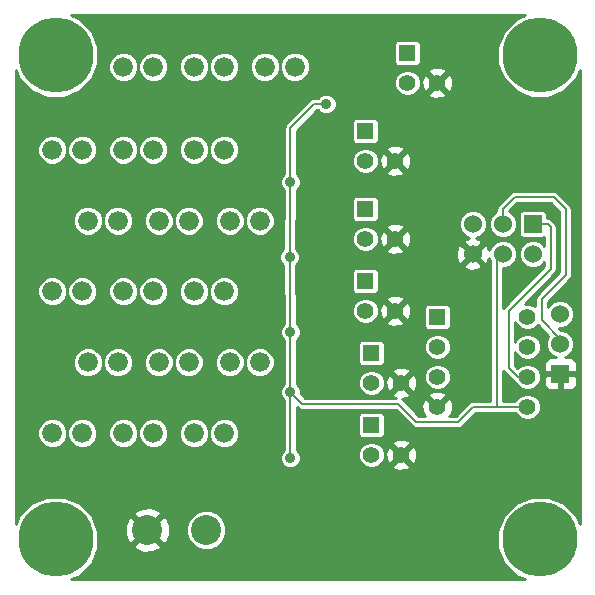
<source format=gbl>
G04 (created by PCBNEW (2013-04-19 BZR 4011)-stable) date 10/06/2013 12:13:34*
%MOIN*%
G04 Gerber Fmt 3.4, Leading zero omitted, Abs format*
%FSLAX34Y34*%
G01*
G70*
G90*
G04 APERTURE LIST*
%ADD10C,2.3622e-006*%
%ADD11R,0.06X0.06*%
%ADD12C,0.06*%
%ADD13C,0.066*%
%ADD14C,0.1*%
%ADD15C,0.25*%
%ADD16R,0.055X0.055*%
%ADD17C,0.055*%
%ADD18C,0.035*%
%ADD19C,0.008*%
%ADD20C,0.01*%
G04 APERTURE END LIST*
G54D10*
G54D11*
X79423Y-43696D03*
G54D12*
X79423Y-42696D03*
X79423Y-41696D03*
G54D13*
X63673Y-38582D03*
X64673Y-38582D03*
X67216Y-40944D03*
X68216Y-40944D03*
X64854Y-40944D03*
X65854Y-40944D03*
X62492Y-40944D03*
X63492Y-40944D03*
X68397Y-38582D03*
X69397Y-38582D03*
X66035Y-38582D03*
X67035Y-38582D03*
X67216Y-36220D03*
X68216Y-36220D03*
X64854Y-36220D03*
X65854Y-36220D03*
X62492Y-36220D03*
X63492Y-36220D03*
X69578Y-33464D03*
X70578Y-33464D03*
X67216Y-33464D03*
X68216Y-33464D03*
X64854Y-33464D03*
X65854Y-33464D03*
G54D14*
X67623Y-48896D03*
X65655Y-48896D03*
G54D13*
X63673Y-43307D03*
X64673Y-43307D03*
X66035Y-43307D03*
X67035Y-43307D03*
X68397Y-43307D03*
X69397Y-43307D03*
X62492Y-45669D03*
X63492Y-45669D03*
X64854Y-45669D03*
X65854Y-45669D03*
X67216Y-45669D03*
X68216Y-45669D03*
G54D15*
X78740Y-49212D03*
X62598Y-49212D03*
X78740Y-33070D03*
X62598Y-33070D03*
G54D16*
X75323Y-41796D03*
G54D17*
X75323Y-42796D03*
X75323Y-43796D03*
X75323Y-44796D03*
X78323Y-44796D03*
X78323Y-43796D03*
X78323Y-42796D03*
X78323Y-41796D03*
G54D16*
X72923Y-40596D03*
G54D17*
X72923Y-41596D03*
X73923Y-41596D03*
G54D16*
X72923Y-38196D03*
G54D17*
X72923Y-39196D03*
X73923Y-39196D03*
G54D16*
X72923Y-35596D03*
G54D17*
X72923Y-36596D03*
X73923Y-36596D03*
G54D16*
X74323Y-32996D03*
G54D17*
X74323Y-33996D03*
X75323Y-33996D03*
G54D16*
X73123Y-42996D03*
G54D17*
X73123Y-43996D03*
X74123Y-43996D03*
G54D16*
X73123Y-45396D03*
G54D17*
X73123Y-46396D03*
X74123Y-46396D03*
G54D11*
X78500Y-38700D03*
G54D12*
X78500Y-39700D03*
X77500Y-38700D03*
X77500Y-39700D03*
X76500Y-38700D03*
X76500Y-39700D03*
G54D18*
X71623Y-34696D03*
X70423Y-37296D03*
X70400Y-39800D03*
X70423Y-42296D03*
X70423Y-46496D03*
X70423Y-44296D03*
X78823Y-46896D03*
X74823Y-48896D03*
X69823Y-47896D03*
G54D19*
X78323Y-43796D02*
X77996Y-43796D01*
X79000Y-38700D02*
X78500Y-38700D01*
X79100Y-38800D02*
X79000Y-38700D01*
X79100Y-40200D02*
X79100Y-38800D01*
X77700Y-41600D02*
X79100Y-40200D01*
X77700Y-43500D02*
X77700Y-41600D01*
X77996Y-43796D02*
X77700Y-43500D01*
X77300Y-44796D02*
X77300Y-39900D01*
X77300Y-39900D02*
X77500Y-39700D01*
X78323Y-44796D02*
X77300Y-44796D01*
X77300Y-44796D02*
X76523Y-44796D01*
X70823Y-44696D02*
X70423Y-44296D01*
X74023Y-44696D02*
X70823Y-44696D01*
X74623Y-45296D02*
X74023Y-44696D01*
X76023Y-45296D02*
X74623Y-45296D01*
X76523Y-44796D02*
X76023Y-45296D01*
X70423Y-37296D02*
X70423Y-35496D01*
X71223Y-34696D02*
X71623Y-34696D01*
X70423Y-35496D02*
X71223Y-34696D01*
X70400Y-39800D02*
X70423Y-37296D01*
X70423Y-42296D02*
X70400Y-39800D01*
X70423Y-42296D02*
X70423Y-44296D01*
X70423Y-44296D02*
X70423Y-46496D01*
X79423Y-42696D02*
X79423Y-42523D01*
X77500Y-38200D02*
X77500Y-38700D01*
X77900Y-37800D02*
X77500Y-38200D01*
X79200Y-37800D02*
X77900Y-37800D01*
X79600Y-38200D02*
X79200Y-37800D01*
X79600Y-40400D02*
X79600Y-38200D01*
X78800Y-41200D02*
X79600Y-40400D01*
X78800Y-41900D02*
X78800Y-41200D01*
X79423Y-42523D02*
X78800Y-41900D01*
G54D10*
G36*
X80069Y-48712D02*
X79973Y-48479D01*
X79973Y-44045D01*
X79973Y-43346D01*
X79935Y-43254D01*
X79865Y-43184D01*
X79773Y-43146D01*
X79674Y-43146D01*
X79565Y-43146D01*
X79689Y-43094D01*
X79821Y-42962D01*
X79893Y-42789D01*
X79893Y-42602D01*
X79822Y-42430D01*
X79690Y-42297D01*
X79517Y-42226D01*
X79423Y-42226D01*
X79362Y-42166D01*
X79516Y-42166D01*
X79689Y-42094D01*
X79821Y-41962D01*
X79893Y-41789D01*
X79893Y-41602D01*
X79822Y-41430D01*
X79690Y-41297D01*
X79517Y-41226D01*
X79330Y-41225D01*
X79157Y-41297D01*
X79025Y-41429D01*
X79010Y-41466D01*
X79010Y-41286D01*
X79748Y-40548D01*
X79748Y-40548D01*
X79748Y-40548D01*
X79794Y-40480D01*
X79794Y-40480D01*
X79806Y-40415D01*
X79810Y-40400D01*
X79809Y-40400D01*
X79810Y-40400D01*
X79810Y-38200D01*
X79809Y-38199D01*
X79810Y-38199D01*
X79806Y-38184D01*
X79794Y-38119D01*
X79794Y-38119D01*
X79748Y-38051D01*
X79748Y-38051D01*
X79348Y-37651D01*
X79280Y-37605D01*
X79200Y-37590D01*
X77900Y-37590D01*
X77899Y-37590D01*
X77884Y-37593D01*
X77819Y-37605D01*
X77751Y-37651D01*
X77751Y-37651D01*
X77351Y-38051D01*
X77305Y-38119D01*
X77290Y-38200D01*
X77290Y-38278D01*
X77234Y-38301D01*
X77101Y-38433D01*
X77030Y-38606D01*
X77029Y-38793D01*
X77101Y-38965D01*
X77233Y-39098D01*
X77406Y-39169D01*
X77593Y-39170D01*
X77765Y-39098D01*
X77898Y-38966D01*
X77969Y-38793D01*
X77970Y-38606D01*
X77898Y-38434D01*
X77766Y-38301D01*
X77716Y-38280D01*
X77986Y-38010D01*
X79113Y-38010D01*
X79390Y-38286D01*
X79390Y-40313D01*
X78651Y-41051D01*
X78605Y-41119D01*
X78590Y-41200D01*
X78590Y-41433D01*
X78576Y-41419D01*
X78412Y-41351D01*
X78245Y-41350D01*
X79248Y-40348D01*
X79248Y-40348D01*
X79248Y-40348D01*
X79275Y-40307D01*
X79294Y-40280D01*
X79294Y-40280D01*
X79310Y-40200D01*
X79310Y-38800D01*
X79294Y-38719D01*
X79294Y-38719D01*
X79248Y-38651D01*
X79148Y-38551D01*
X79080Y-38505D01*
X79000Y-38490D01*
X78970Y-38490D01*
X78970Y-38366D01*
X78944Y-38303D01*
X78896Y-38255D01*
X78833Y-38230D01*
X78766Y-38229D01*
X78166Y-38229D01*
X78103Y-38255D01*
X78055Y-38303D01*
X78030Y-38366D01*
X78029Y-38433D01*
X78029Y-39033D01*
X78055Y-39096D01*
X78103Y-39144D01*
X78166Y-39169D01*
X78233Y-39170D01*
X78833Y-39170D01*
X78890Y-39146D01*
X78890Y-39425D01*
X78766Y-39301D01*
X78593Y-39230D01*
X78406Y-39229D01*
X78234Y-39301D01*
X78101Y-39433D01*
X78030Y-39606D01*
X78029Y-39793D01*
X78101Y-39965D01*
X78233Y-40098D01*
X78406Y-40169D01*
X78593Y-40170D01*
X78765Y-40098D01*
X78890Y-39974D01*
X78890Y-40113D01*
X77551Y-41451D01*
X77510Y-41513D01*
X77510Y-40170D01*
X77593Y-40170D01*
X77765Y-40098D01*
X77898Y-39966D01*
X77969Y-39793D01*
X77970Y-39606D01*
X77898Y-39434D01*
X77766Y-39301D01*
X77593Y-39230D01*
X77406Y-39229D01*
X77234Y-39301D01*
X77101Y-39433D01*
X77044Y-39571D01*
X77043Y-39563D01*
X76981Y-39412D01*
X76970Y-39408D01*
X76970Y-38606D01*
X76898Y-38434D01*
X76766Y-38301D01*
X76593Y-38230D01*
X76406Y-38229D01*
X76234Y-38301D01*
X76101Y-38433D01*
X76030Y-38606D01*
X76029Y-38793D01*
X76101Y-38965D01*
X76233Y-39098D01*
X76371Y-39155D01*
X76363Y-39156D01*
X76212Y-39218D01*
X76184Y-39314D01*
X76500Y-39629D01*
X76815Y-39314D01*
X76787Y-39218D01*
X76620Y-39158D01*
X76765Y-39098D01*
X76898Y-38966D01*
X76969Y-38793D01*
X76970Y-38606D01*
X76970Y-39408D01*
X76885Y-39384D01*
X76570Y-39700D01*
X76885Y-40015D01*
X76981Y-39987D01*
X77041Y-39820D01*
X77090Y-39938D01*
X77090Y-44586D01*
X76815Y-44586D01*
X76815Y-40085D01*
X76500Y-39770D01*
X76429Y-39841D01*
X76429Y-39700D01*
X76114Y-39384D01*
X76018Y-39412D01*
X75945Y-39618D01*
X75956Y-39836D01*
X76018Y-39987D01*
X76114Y-40015D01*
X76429Y-39700D01*
X76429Y-39841D01*
X76184Y-40085D01*
X76212Y-40181D01*
X76418Y-40254D01*
X76636Y-40243D01*
X76787Y-40181D01*
X76815Y-40085D01*
X76815Y-44586D01*
X76523Y-44586D01*
X76443Y-44602D01*
X76375Y-44647D01*
X75936Y-45086D01*
X75718Y-45086D01*
X75784Y-45068D01*
X75853Y-44871D01*
X75853Y-34071D01*
X75842Y-33863D01*
X75784Y-33723D01*
X75691Y-33698D01*
X75620Y-33769D01*
X75620Y-33628D01*
X75596Y-33535D01*
X75399Y-33466D01*
X75190Y-33477D01*
X75050Y-33535D01*
X75026Y-33628D01*
X75323Y-33925D01*
X75620Y-33628D01*
X75620Y-33769D01*
X75394Y-33996D01*
X75691Y-34293D01*
X75784Y-34268D01*
X75853Y-34071D01*
X75853Y-44871D01*
X75842Y-44663D01*
X75784Y-44523D01*
X75768Y-44519D01*
X75768Y-43707D01*
X75768Y-42707D01*
X75768Y-42707D01*
X75768Y-42037D01*
X75768Y-41487D01*
X75742Y-41424D01*
X75695Y-41377D01*
X75632Y-41351D01*
X75620Y-41351D01*
X75620Y-34363D01*
X75323Y-34066D01*
X75252Y-34137D01*
X75252Y-33996D01*
X74955Y-33698D01*
X74863Y-33723D01*
X74793Y-33920D01*
X74805Y-34128D01*
X74863Y-34268D01*
X74955Y-34293D01*
X75252Y-33996D01*
X75252Y-34137D01*
X75026Y-34363D01*
X75050Y-34456D01*
X75247Y-34525D01*
X75456Y-34514D01*
X75596Y-34456D01*
X75620Y-34363D01*
X75620Y-41351D01*
X75564Y-41351D01*
X75014Y-41351D01*
X74952Y-41376D01*
X74904Y-41424D01*
X74878Y-41487D01*
X74878Y-41554D01*
X74878Y-42104D01*
X74904Y-42167D01*
X74952Y-42215D01*
X75014Y-42241D01*
X75082Y-42241D01*
X75632Y-42241D01*
X75694Y-42215D01*
X75742Y-42167D01*
X75768Y-42105D01*
X75768Y-42037D01*
X75768Y-42707D01*
X75701Y-42544D01*
X75576Y-42419D01*
X75412Y-42351D01*
X75235Y-42350D01*
X75071Y-42418D01*
X74946Y-42543D01*
X74878Y-42707D01*
X74878Y-42884D01*
X74946Y-43047D01*
X75071Y-43173D01*
X75234Y-43240D01*
X75411Y-43241D01*
X75575Y-43173D01*
X75700Y-43048D01*
X75768Y-42884D01*
X75768Y-42707D01*
X75768Y-43707D01*
X75701Y-43544D01*
X75576Y-43419D01*
X75412Y-43351D01*
X75235Y-43350D01*
X75071Y-43418D01*
X74946Y-43543D01*
X74878Y-43707D01*
X74878Y-43884D01*
X74946Y-44047D01*
X75071Y-44173D01*
X75234Y-44240D01*
X75411Y-44241D01*
X75575Y-44173D01*
X75700Y-44048D01*
X75768Y-43884D01*
X75768Y-43707D01*
X75768Y-44519D01*
X75691Y-44498D01*
X75620Y-44569D01*
X75620Y-44428D01*
X75596Y-44335D01*
X75399Y-44266D01*
X75190Y-44277D01*
X75050Y-44335D01*
X75026Y-44428D01*
X75323Y-44725D01*
X75620Y-44428D01*
X75620Y-44569D01*
X75394Y-44796D01*
X75399Y-44801D01*
X75329Y-44872D01*
X75323Y-44866D01*
X75318Y-44872D01*
X75247Y-44801D01*
X75252Y-44796D01*
X74955Y-44498D01*
X74863Y-44523D01*
X74793Y-44720D01*
X74805Y-44928D01*
X74863Y-45068D01*
X74928Y-45086D01*
X74768Y-45086D01*
X74768Y-33907D01*
X74768Y-33907D01*
X74768Y-33237D01*
X74768Y-32687D01*
X74742Y-32624D01*
X74695Y-32577D01*
X74632Y-32551D01*
X74564Y-32551D01*
X74014Y-32551D01*
X73952Y-32576D01*
X73904Y-32624D01*
X73878Y-32687D01*
X73878Y-32754D01*
X73878Y-33304D01*
X73904Y-33367D01*
X73952Y-33415D01*
X74014Y-33441D01*
X74082Y-33441D01*
X74632Y-33441D01*
X74694Y-33415D01*
X74742Y-33367D01*
X74768Y-33305D01*
X74768Y-33237D01*
X74768Y-33907D01*
X74701Y-33744D01*
X74576Y-33619D01*
X74412Y-33551D01*
X74235Y-33550D01*
X74071Y-33618D01*
X73946Y-33743D01*
X73878Y-33907D01*
X73878Y-34084D01*
X73946Y-34247D01*
X74071Y-34373D01*
X74234Y-34440D01*
X74411Y-34441D01*
X74575Y-34373D01*
X74700Y-34248D01*
X74768Y-34084D01*
X74768Y-33907D01*
X74768Y-45086D01*
X74710Y-45086D01*
X74653Y-45028D01*
X74653Y-44071D01*
X74642Y-43863D01*
X74584Y-43723D01*
X74491Y-43698D01*
X74453Y-43736D01*
X74453Y-41671D01*
X74453Y-39271D01*
X74453Y-36671D01*
X74442Y-36463D01*
X74384Y-36323D01*
X74291Y-36298D01*
X74220Y-36369D01*
X74220Y-36228D01*
X74196Y-36135D01*
X73999Y-36066D01*
X73790Y-36077D01*
X73650Y-36135D01*
X73626Y-36228D01*
X73923Y-36525D01*
X74220Y-36228D01*
X74220Y-36369D01*
X73994Y-36596D01*
X74291Y-36893D01*
X74384Y-36868D01*
X74453Y-36671D01*
X74453Y-39271D01*
X74442Y-39063D01*
X74384Y-38923D01*
X74291Y-38898D01*
X74220Y-38969D01*
X74220Y-38828D01*
X74220Y-36963D01*
X73923Y-36666D01*
X73852Y-36737D01*
X73852Y-36596D01*
X73555Y-36298D01*
X73463Y-36323D01*
X73393Y-36520D01*
X73405Y-36728D01*
X73463Y-36868D01*
X73555Y-36893D01*
X73852Y-36596D01*
X73852Y-36737D01*
X73626Y-36963D01*
X73650Y-37056D01*
X73847Y-37125D01*
X74056Y-37114D01*
X74196Y-37056D01*
X74220Y-36963D01*
X74220Y-38828D01*
X74196Y-38735D01*
X73999Y-38666D01*
X73790Y-38677D01*
X73650Y-38735D01*
X73626Y-38828D01*
X73923Y-39125D01*
X74220Y-38828D01*
X74220Y-38969D01*
X73994Y-39196D01*
X74291Y-39493D01*
X74384Y-39468D01*
X74453Y-39271D01*
X74453Y-41671D01*
X74442Y-41463D01*
X74384Y-41323D01*
X74291Y-41298D01*
X74220Y-41369D01*
X74220Y-41228D01*
X74220Y-39563D01*
X73923Y-39266D01*
X73852Y-39337D01*
X73852Y-39196D01*
X73555Y-38898D01*
X73463Y-38923D01*
X73393Y-39120D01*
X73405Y-39328D01*
X73463Y-39468D01*
X73555Y-39493D01*
X73852Y-39196D01*
X73852Y-39337D01*
X73626Y-39563D01*
X73650Y-39656D01*
X73847Y-39725D01*
X74056Y-39714D01*
X74196Y-39656D01*
X74220Y-39563D01*
X74220Y-41228D01*
X74196Y-41135D01*
X73999Y-41066D01*
X73790Y-41077D01*
X73650Y-41135D01*
X73626Y-41228D01*
X73923Y-41525D01*
X74220Y-41228D01*
X74220Y-41369D01*
X73994Y-41596D01*
X74291Y-41893D01*
X74384Y-41868D01*
X74453Y-41671D01*
X74453Y-43736D01*
X74420Y-43769D01*
X74420Y-43628D01*
X74396Y-43535D01*
X74220Y-43473D01*
X74220Y-41963D01*
X73923Y-41666D01*
X73852Y-41737D01*
X73852Y-41596D01*
X73555Y-41298D01*
X73463Y-41323D01*
X73393Y-41520D01*
X73405Y-41728D01*
X73463Y-41868D01*
X73555Y-41893D01*
X73852Y-41596D01*
X73852Y-41737D01*
X73626Y-41963D01*
X73650Y-42056D01*
X73847Y-42125D01*
X74056Y-42114D01*
X74196Y-42056D01*
X74220Y-41963D01*
X74220Y-43473D01*
X74199Y-43466D01*
X73990Y-43477D01*
X73850Y-43535D01*
X73826Y-43628D01*
X74123Y-43925D01*
X74420Y-43628D01*
X74420Y-43769D01*
X74194Y-43996D01*
X74491Y-44293D01*
X74584Y-44268D01*
X74653Y-44071D01*
X74653Y-45028D01*
X74172Y-44547D01*
X74132Y-44521D01*
X74256Y-44514D01*
X74396Y-44456D01*
X74420Y-44363D01*
X74123Y-44066D01*
X74052Y-44137D01*
X74052Y-43996D01*
X73755Y-43698D01*
X73663Y-43723D01*
X73593Y-43920D01*
X73605Y-44128D01*
X73663Y-44268D01*
X73755Y-44293D01*
X74052Y-43996D01*
X74052Y-44137D01*
X73826Y-44363D01*
X73850Y-44456D01*
X73934Y-44486D01*
X73568Y-44486D01*
X73568Y-43907D01*
X73568Y-43907D01*
X73568Y-43237D01*
X73568Y-42687D01*
X73542Y-42624D01*
X73495Y-42577D01*
X73432Y-42551D01*
X73368Y-42551D01*
X73368Y-41507D01*
X73368Y-39107D01*
X73368Y-36507D01*
X73368Y-36507D01*
X73368Y-35837D01*
X73368Y-35287D01*
X73342Y-35224D01*
X73295Y-35177D01*
X73232Y-35151D01*
X73164Y-35151D01*
X72614Y-35151D01*
X72552Y-35176D01*
X72504Y-35224D01*
X72478Y-35287D01*
X72478Y-35354D01*
X72478Y-35904D01*
X72504Y-35967D01*
X72552Y-36015D01*
X72614Y-36041D01*
X72682Y-36041D01*
X73232Y-36041D01*
X73294Y-36015D01*
X73342Y-35967D01*
X73368Y-35905D01*
X73368Y-35837D01*
X73368Y-36507D01*
X73301Y-36344D01*
X73176Y-36219D01*
X73012Y-36151D01*
X72835Y-36150D01*
X72671Y-36218D01*
X72546Y-36343D01*
X72478Y-36507D01*
X72478Y-36684D01*
X72546Y-36847D01*
X72671Y-36973D01*
X72834Y-37040D01*
X73011Y-37041D01*
X73175Y-36973D01*
X73300Y-36848D01*
X73368Y-36684D01*
X73368Y-36507D01*
X73368Y-39107D01*
X73368Y-39107D01*
X73368Y-38437D01*
X73368Y-37887D01*
X73342Y-37824D01*
X73295Y-37777D01*
X73232Y-37751D01*
X73164Y-37751D01*
X72614Y-37751D01*
X72552Y-37776D01*
X72504Y-37824D01*
X72478Y-37887D01*
X72478Y-37954D01*
X72478Y-38504D01*
X72504Y-38567D01*
X72552Y-38615D01*
X72614Y-38641D01*
X72682Y-38641D01*
X73232Y-38641D01*
X73294Y-38615D01*
X73342Y-38567D01*
X73368Y-38505D01*
X73368Y-38437D01*
X73368Y-39107D01*
X73301Y-38944D01*
X73176Y-38819D01*
X73012Y-38751D01*
X72835Y-38750D01*
X72671Y-38818D01*
X72546Y-38943D01*
X72478Y-39107D01*
X72478Y-39284D01*
X72546Y-39447D01*
X72671Y-39573D01*
X72834Y-39640D01*
X73011Y-39641D01*
X73175Y-39573D01*
X73300Y-39448D01*
X73368Y-39284D01*
X73368Y-39107D01*
X73368Y-41507D01*
X73368Y-41507D01*
X73368Y-40837D01*
X73368Y-40287D01*
X73342Y-40224D01*
X73295Y-40177D01*
X73232Y-40151D01*
X73164Y-40151D01*
X72614Y-40151D01*
X72552Y-40176D01*
X72504Y-40224D01*
X72478Y-40287D01*
X72478Y-40354D01*
X72478Y-40904D01*
X72504Y-40967D01*
X72552Y-41015D01*
X72614Y-41041D01*
X72682Y-41041D01*
X73232Y-41041D01*
X73294Y-41015D01*
X73342Y-40967D01*
X73368Y-40905D01*
X73368Y-40837D01*
X73368Y-41507D01*
X73301Y-41344D01*
X73176Y-41219D01*
X73012Y-41151D01*
X72835Y-41150D01*
X72671Y-41218D01*
X72546Y-41343D01*
X72478Y-41507D01*
X72478Y-41684D01*
X72546Y-41847D01*
X72671Y-41973D01*
X72834Y-42040D01*
X73011Y-42041D01*
X73175Y-41973D01*
X73300Y-41848D01*
X73368Y-41684D01*
X73368Y-41507D01*
X73368Y-42551D01*
X73364Y-42551D01*
X72814Y-42551D01*
X72752Y-42576D01*
X72704Y-42624D01*
X72678Y-42687D01*
X72678Y-42754D01*
X72678Y-43304D01*
X72704Y-43367D01*
X72752Y-43415D01*
X72814Y-43441D01*
X72882Y-43441D01*
X73432Y-43441D01*
X73494Y-43415D01*
X73542Y-43367D01*
X73568Y-43305D01*
X73568Y-43237D01*
X73568Y-43907D01*
X73501Y-43744D01*
X73376Y-43619D01*
X73212Y-43551D01*
X73035Y-43550D01*
X72871Y-43618D01*
X72746Y-43743D01*
X72678Y-43907D01*
X72678Y-44084D01*
X72746Y-44247D01*
X72871Y-44373D01*
X73034Y-44440D01*
X73211Y-44441D01*
X73375Y-44373D01*
X73500Y-44248D01*
X73568Y-44084D01*
X73568Y-43907D01*
X73568Y-44486D01*
X70910Y-44486D01*
X70768Y-44344D01*
X70768Y-44227D01*
X70716Y-44100D01*
X70633Y-44018D01*
X70633Y-42573D01*
X70715Y-42491D01*
X70768Y-42364D01*
X70768Y-42227D01*
X70716Y-42100D01*
X70629Y-42013D01*
X70612Y-40075D01*
X70692Y-39995D01*
X70744Y-39868D01*
X70745Y-39731D01*
X70692Y-39604D01*
X70612Y-39524D01*
X70629Y-37578D01*
X70715Y-37491D01*
X70768Y-37364D01*
X70768Y-37227D01*
X70716Y-37100D01*
X70633Y-37018D01*
X70633Y-35583D01*
X71310Y-34906D01*
X71345Y-34906D01*
X71427Y-34988D01*
X71554Y-35041D01*
X71691Y-35041D01*
X71818Y-34988D01*
X71915Y-34891D01*
X71968Y-34764D01*
X71968Y-34627D01*
X71916Y-34500D01*
X71819Y-34403D01*
X71692Y-34351D01*
X71555Y-34351D01*
X71428Y-34403D01*
X71345Y-34486D01*
X71223Y-34486D01*
X71223Y-34486D01*
X71207Y-34489D01*
X71143Y-34502D01*
X71078Y-34545D01*
X71078Y-33365D01*
X71002Y-33181D01*
X70862Y-33040D01*
X70678Y-32964D01*
X70479Y-32964D01*
X70295Y-33040D01*
X70155Y-33180D01*
X70078Y-33364D01*
X70078Y-33366D01*
X70078Y-33365D01*
X70002Y-33181D01*
X69862Y-33040D01*
X69678Y-32964D01*
X69479Y-32964D01*
X69295Y-33040D01*
X69155Y-33180D01*
X69078Y-33364D01*
X69078Y-33563D01*
X69154Y-33747D01*
X69295Y-33888D01*
X69478Y-33964D01*
X69677Y-33964D01*
X69861Y-33888D01*
X70002Y-33748D01*
X70078Y-33564D01*
X70078Y-33365D01*
X70078Y-33366D01*
X70078Y-33563D01*
X70154Y-33747D01*
X70295Y-33888D01*
X70478Y-33964D01*
X70677Y-33964D01*
X70861Y-33888D01*
X71002Y-33748D01*
X71078Y-33564D01*
X71078Y-33365D01*
X71078Y-34545D01*
X71075Y-34547D01*
X71075Y-34547D01*
X70275Y-35347D01*
X70229Y-35415D01*
X70213Y-35496D01*
X70213Y-37018D01*
X70131Y-37100D01*
X70078Y-37227D01*
X70078Y-37364D01*
X70130Y-37491D01*
X70209Y-37569D01*
X70192Y-39519D01*
X70107Y-39604D01*
X70055Y-39731D01*
X70054Y-39868D01*
X70107Y-39995D01*
X70192Y-40080D01*
X70209Y-42022D01*
X70131Y-42100D01*
X70078Y-42227D01*
X70078Y-42364D01*
X70130Y-42491D01*
X70213Y-42574D01*
X70213Y-44018D01*
X70131Y-44100D01*
X70078Y-44227D01*
X70078Y-44364D01*
X70130Y-44491D01*
X70213Y-44574D01*
X70213Y-46218D01*
X70131Y-46300D01*
X70078Y-46427D01*
X70078Y-46564D01*
X70130Y-46691D01*
X70227Y-46788D01*
X70354Y-46841D01*
X70491Y-46841D01*
X70618Y-46788D01*
X70715Y-46691D01*
X70768Y-46564D01*
X70768Y-46427D01*
X70716Y-46300D01*
X70633Y-46218D01*
X70633Y-44803D01*
X70675Y-44844D01*
X70675Y-44844D01*
X70743Y-44890D01*
X70743Y-44890D01*
X70807Y-44902D01*
X70823Y-44906D01*
X70823Y-44906D01*
X70823Y-44906D01*
X73936Y-44906D01*
X74475Y-45444D01*
X74475Y-45444D01*
X74515Y-45471D01*
X74543Y-45490D01*
X74543Y-45490D01*
X74623Y-45506D01*
X76023Y-45506D01*
X76103Y-45490D01*
X76172Y-45444D01*
X76610Y-45006D01*
X77300Y-45006D01*
X77928Y-45006D01*
X77946Y-45047D01*
X78071Y-45173D01*
X78234Y-45240D01*
X78411Y-45241D01*
X78575Y-45173D01*
X78700Y-45048D01*
X78768Y-44884D01*
X78768Y-44707D01*
X78701Y-44544D01*
X78576Y-44419D01*
X78412Y-44351D01*
X78235Y-44350D01*
X78071Y-44418D01*
X77946Y-44543D01*
X77928Y-44586D01*
X77510Y-44586D01*
X77510Y-43586D01*
X77551Y-43648D01*
X77847Y-43944D01*
X77847Y-43944D01*
X77915Y-43990D01*
X77915Y-43990D01*
X77922Y-43991D01*
X77946Y-44047D01*
X78071Y-44173D01*
X78234Y-44240D01*
X78411Y-44241D01*
X78575Y-44173D01*
X78700Y-44048D01*
X78768Y-43884D01*
X78768Y-43707D01*
X78701Y-43544D01*
X78576Y-43419D01*
X78412Y-43351D01*
X78235Y-43350D01*
X78071Y-43418D01*
X77993Y-43496D01*
X77910Y-43413D01*
X77910Y-42960D01*
X77946Y-43047D01*
X78071Y-43173D01*
X78234Y-43240D01*
X78411Y-43241D01*
X78575Y-43173D01*
X78700Y-43048D01*
X78768Y-42884D01*
X78768Y-42707D01*
X78701Y-42544D01*
X78576Y-42419D01*
X78412Y-42351D01*
X78235Y-42350D01*
X78071Y-42418D01*
X77946Y-42543D01*
X77910Y-42631D01*
X77910Y-41960D01*
X77946Y-42047D01*
X78071Y-42173D01*
X78234Y-42240D01*
X78411Y-42241D01*
X78575Y-42173D01*
X78676Y-42073D01*
X79028Y-42425D01*
X79025Y-42429D01*
X78953Y-42602D01*
X78953Y-42789D01*
X79024Y-42961D01*
X79157Y-43094D01*
X79281Y-43146D01*
X79173Y-43146D01*
X79073Y-43146D01*
X78981Y-43184D01*
X78911Y-43254D01*
X78873Y-43346D01*
X78873Y-43583D01*
X78936Y-43646D01*
X79373Y-43646D01*
X79373Y-43638D01*
X79473Y-43638D01*
X79473Y-43646D01*
X79911Y-43646D01*
X79973Y-43583D01*
X79973Y-43346D01*
X79973Y-44045D01*
X79973Y-43808D01*
X79911Y-43746D01*
X79473Y-43746D01*
X79473Y-44183D01*
X79536Y-44246D01*
X79674Y-44246D01*
X79773Y-44246D01*
X79865Y-44207D01*
X79935Y-44137D01*
X79973Y-44045D01*
X79973Y-48479D01*
X79944Y-48409D01*
X79545Y-48009D01*
X79373Y-47938D01*
X79373Y-44183D01*
X79373Y-43746D01*
X78936Y-43746D01*
X78873Y-43808D01*
X78873Y-44045D01*
X78911Y-44137D01*
X78981Y-44207D01*
X79073Y-44246D01*
X79173Y-44246D01*
X79311Y-44246D01*
X79373Y-44183D01*
X79373Y-47938D01*
X79023Y-47792D01*
X78458Y-47792D01*
X77936Y-48008D01*
X77537Y-48407D01*
X77320Y-48928D01*
X77319Y-49493D01*
X77535Y-50015D01*
X77934Y-50415D01*
X78239Y-50542D01*
X74653Y-50542D01*
X74653Y-46471D01*
X74642Y-46263D01*
X74584Y-46123D01*
X74491Y-46098D01*
X74420Y-46169D01*
X74420Y-46028D01*
X74396Y-45935D01*
X74199Y-45866D01*
X73990Y-45877D01*
X73850Y-45935D01*
X73826Y-46028D01*
X74123Y-46325D01*
X74420Y-46028D01*
X74420Y-46169D01*
X74194Y-46396D01*
X74491Y-46693D01*
X74584Y-46668D01*
X74653Y-46471D01*
X74653Y-50542D01*
X74420Y-50542D01*
X74420Y-46763D01*
X74123Y-46466D01*
X74052Y-46537D01*
X74052Y-46396D01*
X73755Y-46098D01*
X73663Y-46123D01*
X73593Y-46320D01*
X73605Y-46528D01*
X73663Y-46668D01*
X73755Y-46693D01*
X74052Y-46396D01*
X74052Y-46537D01*
X73826Y-46763D01*
X73850Y-46856D01*
X74047Y-46925D01*
X74256Y-46914D01*
X74396Y-46856D01*
X74420Y-46763D01*
X74420Y-50542D01*
X73568Y-50542D01*
X73568Y-46307D01*
X73568Y-46307D01*
X73568Y-45637D01*
X73568Y-45087D01*
X73542Y-45024D01*
X73495Y-44977D01*
X73432Y-44951D01*
X73364Y-44951D01*
X72814Y-44951D01*
X72752Y-44976D01*
X72704Y-45024D01*
X72678Y-45087D01*
X72678Y-45154D01*
X72678Y-45704D01*
X72704Y-45767D01*
X72752Y-45815D01*
X72814Y-45841D01*
X72882Y-45841D01*
X73432Y-45841D01*
X73494Y-45815D01*
X73542Y-45767D01*
X73568Y-45705D01*
X73568Y-45637D01*
X73568Y-46307D01*
X73501Y-46144D01*
X73376Y-46019D01*
X73212Y-45951D01*
X73035Y-45950D01*
X72871Y-46018D01*
X72746Y-46143D01*
X72678Y-46307D01*
X72678Y-46484D01*
X72746Y-46647D01*
X72871Y-46773D01*
X73034Y-46840D01*
X73211Y-46841D01*
X73375Y-46773D01*
X73500Y-46648D01*
X73568Y-46484D01*
X73568Y-46307D01*
X73568Y-50542D01*
X69897Y-50542D01*
X69897Y-43208D01*
X69897Y-38483D01*
X69821Y-38299D01*
X69681Y-38159D01*
X69497Y-38082D01*
X69298Y-38082D01*
X69114Y-38158D01*
X68974Y-38299D01*
X68897Y-38482D01*
X68897Y-38484D01*
X68897Y-38483D01*
X68821Y-38299D01*
X68716Y-38194D01*
X68716Y-36121D01*
X68716Y-33365D01*
X68640Y-33181D01*
X68500Y-33040D01*
X68316Y-32964D01*
X68117Y-32964D01*
X67933Y-33040D01*
X67792Y-33180D01*
X67716Y-33364D01*
X67716Y-33366D01*
X67716Y-33365D01*
X67640Y-33181D01*
X67500Y-33040D01*
X67316Y-32964D01*
X67117Y-32964D01*
X66933Y-33040D01*
X66792Y-33180D01*
X66716Y-33364D01*
X66716Y-33563D01*
X66792Y-33747D01*
X66932Y-33888D01*
X67116Y-33964D01*
X67315Y-33964D01*
X67499Y-33888D01*
X67640Y-33748D01*
X67716Y-33564D01*
X67716Y-33365D01*
X67716Y-33366D01*
X67716Y-33563D01*
X67792Y-33747D01*
X67932Y-33888D01*
X68116Y-33964D01*
X68315Y-33964D01*
X68499Y-33888D01*
X68640Y-33748D01*
X68716Y-33564D01*
X68716Y-33365D01*
X68716Y-36121D01*
X68640Y-35937D01*
X68500Y-35796D01*
X68316Y-35720D01*
X68117Y-35720D01*
X67933Y-35796D01*
X67792Y-35936D01*
X67716Y-36120D01*
X67716Y-36121D01*
X67716Y-36121D01*
X67640Y-35937D01*
X67500Y-35796D01*
X67316Y-35720D01*
X67117Y-35720D01*
X66933Y-35796D01*
X66792Y-35936D01*
X66716Y-36120D01*
X66716Y-36319D01*
X66792Y-36503D01*
X66932Y-36644D01*
X67116Y-36720D01*
X67315Y-36720D01*
X67499Y-36644D01*
X67640Y-36504D01*
X67716Y-36320D01*
X67716Y-36121D01*
X67716Y-36121D01*
X67716Y-36319D01*
X67792Y-36503D01*
X67932Y-36644D01*
X68116Y-36720D01*
X68315Y-36720D01*
X68499Y-36644D01*
X68640Y-36504D01*
X68716Y-36320D01*
X68716Y-36121D01*
X68716Y-38194D01*
X68681Y-38159D01*
X68497Y-38082D01*
X68298Y-38082D01*
X68114Y-38158D01*
X67974Y-38299D01*
X67897Y-38482D01*
X67897Y-38681D01*
X67973Y-38865D01*
X68114Y-39006D01*
X68297Y-39082D01*
X68496Y-39082D01*
X68680Y-39006D01*
X68821Y-38866D01*
X68897Y-38682D01*
X68897Y-38483D01*
X68897Y-38484D01*
X68897Y-38681D01*
X68973Y-38865D01*
X69114Y-39006D01*
X69297Y-39082D01*
X69496Y-39082D01*
X69680Y-39006D01*
X69821Y-38866D01*
X69897Y-38682D01*
X69897Y-38483D01*
X69897Y-43208D01*
X69821Y-43024D01*
X69681Y-42883D01*
X69497Y-42807D01*
X69298Y-42807D01*
X69114Y-42882D01*
X68974Y-43023D01*
X68897Y-43207D01*
X68897Y-43208D01*
X68897Y-43208D01*
X68821Y-43024D01*
X68716Y-42918D01*
X68716Y-40845D01*
X68640Y-40662D01*
X68500Y-40521D01*
X68316Y-40444D01*
X68117Y-40444D01*
X67933Y-40520D01*
X67792Y-40661D01*
X67716Y-40844D01*
X67716Y-40846D01*
X67716Y-40845D01*
X67640Y-40662D01*
X67535Y-40556D01*
X67535Y-38483D01*
X67459Y-38299D01*
X67319Y-38159D01*
X67135Y-38082D01*
X66936Y-38082D01*
X66752Y-38158D01*
X66611Y-38299D01*
X66535Y-38482D01*
X66535Y-38484D01*
X66535Y-38483D01*
X66459Y-38299D01*
X66354Y-38194D01*
X66354Y-36121D01*
X66354Y-33365D01*
X66278Y-33181D01*
X66137Y-33040D01*
X65954Y-32964D01*
X65755Y-32964D01*
X65571Y-33040D01*
X65430Y-33180D01*
X65354Y-33364D01*
X65354Y-33366D01*
X65354Y-33365D01*
X65278Y-33181D01*
X65137Y-33040D01*
X64954Y-32964D01*
X64755Y-32964D01*
X64571Y-33040D01*
X64430Y-33180D01*
X64354Y-33364D01*
X64354Y-33563D01*
X64430Y-33747D01*
X64570Y-33888D01*
X64754Y-33964D01*
X64953Y-33964D01*
X65137Y-33888D01*
X65277Y-33748D01*
X65354Y-33564D01*
X65354Y-33365D01*
X65354Y-33366D01*
X65354Y-33563D01*
X65430Y-33747D01*
X65570Y-33888D01*
X65754Y-33964D01*
X65953Y-33964D01*
X66137Y-33888D01*
X66277Y-33748D01*
X66354Y-33564D01*
X66354Y-33365D01*
X66354Y-36121D01*
X66278Y-35937D01*
X66137Y-35796D01*
X65954Y-35720D01*
X65755Y-35720D01*
X65571Y-35796D01*
X65430Y-35936D01*
X65354Y-36120D01*
X65354Y-36121D01*
X65354Y-36121D01*
X65278Y-35937D01*
X65137Y-35796D01*
X64954Y-35720D01*
X64755Y-35720D01*
X64571Y-35796D01*
X64430Y-35936D01*
X64354Y-36120D01*
X64354Y-36319D01*
X64430Y-36503D01*
X64570Y-36644D01*
X64754Y-36720D01*
X64953Y-36720D01*
X65137Y-36644D01*
X65277Y-36504D01*
X65354Y-36320D01*
X65354Y-36121D01*
X65354Y-36121D01*
X65354Y-36319D01*
X65430Y-36503D01*
X65570Y-36644D01*
X65754Y-36720D01*
X65953Y-36720D01*
X66137Y-36644D01*
X66277Y-36504D01*
X66354Y-36320D01*
X66354Y-36121D01*
X66354Y-38194D01*
X66319Y-38159D01*
X66135Y-38082D01*
X65936Y-38082D01*
X65752Y-38158D01*
X65611Y-38299D01*
X65535Y-38482D01*
X65535Y-38681D01*
X65611Y-38865D01*
X65751Y-39006D01*
X65935Y-39082D01*
X66134Y-39082D01*
X66318Y-39006D01*
X66459Y-38866D01*
X66535Y-38682D01*
X66535Y-38483D01*
X66535Y-38484D01*
X66535Y-38681D01*
X66611Y-38865D01*
X66751Y-39006D01*
X66935Y-39082D01*
X67134Y-39082D01*
X67318Y-39006D01*
X67459Y-38866D01*
X67535Y-38682D01*
X67535Y-38483D01*
X67535Y-40556D01*
X67500Y-40521D01*
X67316Y-40444D01*
X67117Y-40444D01*
X66933Y-40520D01*
X66792Y-40661D01*
X66716Y-40844D01*
X66716Y-41043D01*
X66792Y-41227D01*
X66932Y-41368D01*
X67116Y-41444D01*
X67315Y-41444D01*
X67499Y-41369D01*
X67640Y-41228D01*
X67716Y-41044D01*
X67716Y-40845D01*
X67716Y-40846D01*
X67716Y-41043D01*
X67792Y-41227D01*
X67932Y-41368D01*
X68116Y-41444D01*
X68315Y-41444D01*
X68499Y-41369D01*
X68640Y-41228D01*
X68716Y-41044D01*
X68716Y-40845D01*
X68716Y-42918D01*
X68681Y-42883D01*
X68497Y-42807D01*
X68298Y-42807D01*
X68114Y-42882D01*
X67974Y-43023D01*
X67897Y-43207D01*
X67897Y-43406D01*
X67973Y-43589D01*
X68114Y-43730D01*
X68297Y-43806D01*
X68496Y-43807D01*
X68680Y-43731D01*
X68821Y-43590D01*
X68897Y-43406D01*
X68897Y-43208D01*
X68897Y-43208D01*
X68897Y-43406D01*
X68973Y-43589D01*
X69114Y-43730D01*
X69297Y-43806D01*
X69496Y-43807D01*
X69680Y-43731D01*
X69821Y-43590D01*
X69897Y-43406D01*
X69897Y-43208D01*
X69897Y-50542D01*
X68716Y-50542D01*
X68716Y-45570D01*
X68640Y-45386D01*
X68500Y-45245D01*
X68316Y-45169D01*
X68117Y-45169D01*
X67933Y-45245D01*
X67792Y-45385D01*
X67716Y-45569D01*
X67716Y-45570D01*
X67716Y-45570D01*
X67640Y-45386D01*
X67535Y-45281D01*
X67535Y-43208D01*
X67459Y-43024D01*
X67319Y-42883D01*
X67135Y-42807D01*
X66936Y-42807D01*
X66752Y-42882D01*
X66611Y-43023D01*
X66535Y-43207D01*
X66535Y-43208D01*
X66535Y-43208D01*
X66459Y-43024D01*
X66354Y-42918D01*
X66354Y-40845D01*
X66278Y-40662D01*
X66137Y-40521D01*
X65954Y-40444D01*
X65755Y-40444D01*
X65571Y-40520D01*
X65430Y-40661D01*
X65354Y-40844D01*
X65354Y-40846D01*
X65354Y-40845D01*
X65278Y-40662D01*
X65173Y-40556D01*
X65173Y-38483D01*
X65097Y-38299D01*
X64956Y-38159D01*
X64773Y-38082D01*
X64574Y-38082D01*
X64390Y-38158D01*
X64249Y-38299D01*
X64173Y-38482D01*
X64173Y-38484D01*
X64173Y-38483D01*
X64097Y-38299D01*
X63992Y-38194D01*
X63992Y-36121D01*
X63916Y-35937D01*
X63775Y-35796D01*
X63592Y-35720D01*
X63393Y-35720D01*
X63209Y-35796D01*
X63068Y-35936D01*
X62992Y-36120D01*
X62992Y-36121D01*
X62992Y-36121D01*
X62916Y-35937D01*
X62775Y-35796D01*
X62592Y-35720D01*
X62393Y-35720D01*
X62209Y-35796D01*
X62068Y-35936D01*
X61992Y-36120D01*
X61992Y-36319D01*
X62067Y-36503D01*
X62208Y-36644D01*
X62392Y-36720D01*
X62591Y-36720D01*
X62774Y-36644D01*
X62915Y-36504D01*
X62992Y-36320D01*
X62992Y-36121D01*
X62992Y-36121D01*
X62992Y-36319D01*
X63067Y-36503D01*
X63208Y-36644D01*
X63392Y-36720D01*
X63591Y-36720D01*
X63774Y-36644D01*
X63915Y-36504D01*
X63992Y-36320D01*
X63992Y-36121D01*
X63992Y-38194D01*
X63956Y-38159D01*
X63773Y-38082D01*
X63574Y-38082D01*
X63390Y-38158D01*
X63249Y-38299D01*
X63173Y-38482D01*
X63173Y-38681D01*
X63249Y-38865D01*
X63389Y-39006D01*
X63573Y-39082D01*
X63772Y-39082D01*
X63956Y-39006D01*
X64096Y-38866D01*
X64173Y-38682D01*
X64173Y-38483D01*
X64173Y-38484D01*
X64173Y-38681D01*
X64249Y-38865D01*
X64389Y-39006D01*
X64573Y-39082D01*
X64772Y-39082D01*
X64956Y-39006D01*
X65096Y-38866D01*
X65173Y-38682D01*
X65173Y-38483D01*
X65173Y-40556D01*
X65137Y-40521D01*
X64954Y-40444D01*
X64755Y-40444D01*
X64571Y-40520D01*
X64430Y-40661D01*
X64354Y-40844D01*
X64354Y-41043D01*
X64430Y-41227D01*
X64570Y-41368D01*
X64754Y-41444D01*
X64953Y-41444D01*
X65137Y-41369D01*
X65277Y-41228D01*
X65354Y-41044D01*
X65354Y-40845D01*
X65354Y-40846D01*
X65354Y-41043D01*
X65430Y-41227D01*
X65570Y-41368D01*
X65754Y-41444D01*
X65953Y-41444D01*
X66137Y-41369D01*
X66277Y-41228D01*
X66354Y-41044D01*
X66354Y-40845D01*
X66354Y-42918D01*
X66319Y-42883D01*
X66135Y-42807D01*
X65936Y-42807D01*
X65752Y-42882D01*
X65611Y-43023D01*
X65535Y-43207D01*
X65535Y-43406D01*
X65611Y-43589D01*
X65751Y-43730D01*
X65935Y-43806D01*
X66134Y-43807D01*
X66318Y-43731D01*
X66459Y-43590D01*
X66535Y-43406D01*
X66535Y-43208D01*
X66535Y-43208D01*
X66535Y-43406D01*
X66611Y-43589D01*
X66751Y-43730D01*
X66935Y-43806D01*
X67134Y-43807D01*
X67318Y-43731D01*
X67459Y-43590D01*
X67535Y-43406D01*
X67535Y-43208D01*
X67535Y-45281D01*
X67500Y-45245D01*
X67316Y-45169D01*
X67117Y-45169D01*
X66933Y-45245D01*
X66792Y-45385D01*
X66716Y-45569D01*
X66716Y-45768D01*
X66792Y-45952D01*
X66932Y-46092D01*
X67116Y-46169D01*
X67315Y-46169D01*
X67499Y-46093D01*
X67640Y-45952D01*
X67716Y-45769D01*
X67716Y-45570D01*
X67716Y-45570D01*
X67716Y-45768D01*
X67792Y-45952D01*
X67932Y-46092D01*
X68116Y-46169D01*
X68315Y-46169D01*
X68499Y-46093D01*
X68640Y-45952D01*
X68716Y-45769D01*
X68716Y-45570D01*
X68716Y-50542D01*
X68293Y-50542D01*
X68293Y-48763D01*
X68191Y-48517D01*
X68003Y-48328D01*
X67757Y-48226D01*
X67490Y-48225D01*
X67244Y-48327D01*
X67055Y-48516D01*
X66953Y-48762D01*
X66953Y-49028D01*
X67055Y-49275D01*
X67243Y-49463D01*
X67489Y-49565D01*
X67756Y-49566D01*
X68002Y-49464D01*
X68191Y-49276D01*
X68293Y-49029D01*
X68293Y-48763D01*
X68293Y-50542D01*
X66408Y-50542D01*
X66408Y-49025D01*
X66400Y-48727D01*
X66354Y-48614D01*
X66354Y-45570D01*
X66278Y-45386D01*
X66137Y-45245D01*
X65954Y-45169D01*
X65755Y-45169D01*
X65571Y-45245D01*
X65430Y-45385D01*
X65354Y-45569D01*
X65354Y-45570D01*
X65354Y-45570D01*
X65278Y-45386D01*
X65173Y-45281D01*
X65173Y-43208D01*
X65097Y-43024D01*
X64956Y-42883D01*
X64773Y-42807D01*
X64574Y-42807D01*
X64390Y-42882D01*
X64249Y-43023D01*
X64173Y-43207D01*
X64173Y-43208D01*
X64173Y-43208D01*
X64097Y-43024D01*
X63992Y-42918D01*
X63992Y-40845D01*
X63916Y-40662D01*
X63775Y-40521D01*
X63592Y-40444D01*
X63393Y-40444D01*
X63209Y-40520D01*
X63068Y-40661D01*
X62992Y-40844D01*
X62992Y-40846D01*
X62992Y-40845D01*
X62916Y-40662D01*
X62775Y-40521D01*
X62592Y-40444D01*
X62393Y-40444D01*
X62209Y-40520D01*
X62068Y-40661D01*
X61992Y-40844D01*
X61992Y-41043D01*
X62067Y-41227D01*
X62208Y-41368D01*
X62392Y-41444D01*
X62591Y-41444D01*
X62774Y-41369D01*
X62915Y-41228D01*
X62992Y-41044D01*
X62992Y-40845D01*
X62992Y-40846D01*
X62992Y-41043D01*
X63067Y-41227D01*
X63208Y-41368D01*
X63392Y-41444D01*
X63591Y-41444D01*
X63774Y-41369D01*
X63915Y-41228D01*
X63992Y-41044D01*
X63992Y-40845D01*
X63992Y-42918D01*
X63956Y-42883D01*
X63773Y-42807D01*
X63574Y-42807D01*
X63390Y-42882D01*
X63249Y-43023D01*
X63173Y-43207D01*
X63173Y-43406D01*
X63249Y-43589D01*
X63389Y-43730D01*
X63573Y-43806D01*
X63772Y-43807D01*
X63956Y-43731D01*
X64096Y-43590D01*
X64173Y-43406D01*
X64173Y-43208D01*
X64173Y-43208D01*
X64173Y-43406D01*
X64249Y-43589D01*
X64389Y-43730D01*
X64573Y-43806D01*
X64772Y-43807D01*
X64956Y-43731D01*
X65096Y-43590D01*
X65173Y-43406D01*
X65173Y-43208D01*
X65173Y-45281D01*
X65137Y-45245D01*
X64954Y-45169D01*
X64755Y-45169D01*
X64571Y-45245D01*
X64430Y-45385D01*
X64354Y-45569D01*
X64354Y-45768D01*
X64430Y-45952D01*
X64570Y-46092D01*
X64754Y-46169D01*
X64953Y-46169D01*
X65137Y-46093D01*
X65277Y-45952D01*
X65354Y-45769D01*
X65354Y-45570D01*
X65354Y-45570D01*
X65354Y-45768D01*
X65430Y-45952D01*
X65570Y-46092D01*
X65754Y-46169D01*
X65953Y-46169D01*
X66137Y-46093D01*
X66277Y-45952D01*
X66354Y-45769D01*
X66354Y-45570D01*
X66354Y-48614D01*
X66301Y-48488D01*
X66185Y-48436D01*
X66115Y-48506D01*
X66115Y-48365D01*
X66063Y-48249D01*
X65784Y-48142D01*
X65486Y-48150D01*
X65247Y-48249D01*
X65195Y-48365D01*
X65655Y-48825D01*
X66115Y-48365D01*
X66115Y-48506D01*
X65725Y-48896D01*
X66185Y-49355D01*
X66301Y-49304D01*
X66408Y-49025D01*
X66408Y-50542D01*
X66115Y-50542D01*
X66115Y-49426D01*
X65655Y-48966D01*
X65584Y-49037D01*
X65584Y-48896D01*
X65124Y-48436D01*
X65008Y-48488D01*
X64901Y-48766D01*
X64909Y-49064D01*
X65008Y-49304D01*
X65124Y-49355D01*
X65584Y-48896D01*
X65584Y-49037D01*
X65195Y-49426D01*
X65247Y-49542D01*
X65525Y-49649D01*
X65823Y-49641D01*
X66063Y-49542D01*
X66115Y-49426D01*
X66115Y-50542D01*
X63098Y-50542D01*
X63401Y-50417D01*
X63801Y-50018D01*
X64018Y-49496D01*
X64018Y-48931D01*
X63992Y-48867D01*
X63992Y-45570D01*
X63916Y-45386D01*
X63775Y-45245D01*
X63592Y-45169D01*
X63393Y-45169D01*
X63209Y-45245D01*
X63068Y-45385D01*
X62992Y-45569D01*
X62992Y-45570D01*
X62992Y-45570D01*
X62916Y-45386D01*
X62775Y-45245D01*
X62592Y-45169D01*
X62393Y-45169D01*
X62209Y-45245D01*
X62068Y-45385D01*
X61992Y-45569D01*
X61992Y-45768D01*
X62067Y-45952D01*
X62208Y-46092D01*
X62392Y-46169D01*
X62591Y-46169D01*
X62774Y-46093D01*
X62915Y-45952D01*
X62992Y-45769D01*
X62992Y-45570D01*
X62992Y-45570D01*
X62992Y-45768D01*
X63067Y-45952D01*
X63208Y-46092D01*
X63392Y-46169D01*
X63591Y-46169D01*
X63774Y-46093D01*
X63915Y-45952D01*
X63992Y-45769D01*
X63992Y-45570D01*
X63992Y-48867D01*
X63802Y-48409D01*
X63403Y-48009D01*
X62882Y-47792D01*
X62317Y-47792D01*
X61795Y-48008D01*
X61395Y-48407D01*
X61268Y-48712D01*
X61268Y-33570D01*
X61393Y-33874D01*
X61793Y-34273D01*
X62314Y-34490D01*
X62879Y-34491D01*
X63401Y-34275D01*
X63801Y-33876D01*
X64018Y-33354D01*
X64018Y-32789D01*
X63802Y-32267D01*
X63403Y-31867D01*
X63098Y-31741D01*
X78240Y-31741D01*
X77936Y-31866D01*
X77537Y-32265D01*
X77320Y-32787D01*
X77319Y-33352D01*
X77535Y-33874D01*
X77934Y-34273D01*
X78456Y-34490D01*
X79021Y-34491D01*
X79543Y-34275D01*
X79943Y-33876D01*
X80069Y-33571D01*
X80069Y-48712D01*
X80069Y-48712D01*
G37*
G54D20*
X80069Y-48712D02*
X79973Y-48479D01*
X79973Y-44045D01*
X79973Y-43346D01*
X79935Y-43254D01*
X79865Y-43184D01*
X79773Y-43146D01*
X79674Y-43146D01*
X79565Y-43146D01*
X79689Y-43094D01*
X79821Y-42962D01*
X79893Y-42789D01*
X79893Y-42602D01*
X79822Y-42430D01*
X79690Y-42297D01*
X79517Y-42226D01*
X79423Y-42226D01*
X79362Y-42166D01*
X79516Y-42166D01*
X79689Y-42094D01*
X79821Y-41962D01*
X79893Y-41789D01*
X79893Y-41602D01*
X79822Y-41430D01*
X79690Y-41297D01*
X79517Y-41226D01*
X79330Y-41225D01*
X79157Y-41297D01*
X79025Y-41429D01*
X79010Y-41466D01*
X79010Y-41286D01*
X79748Y-40548D01*
X79748Y-40548D01*
X79748Y-40548D01*
X79794Y-40480D01*
X79794Y-40480D01*
X79806Y-40415D01*
X79810Y-40400D01*
X79809Y-40400D01*
X79810Y-40400D01*
X79810Y-38200D01*
X79809Y-38199D01*
X79810Y-38199D01*
X79806Y-38184D01*
X79794Y-38119D01*
X79794Y-38119D01*
X79748Y-38051D01*
X79748Y-38051D01*
X79348Y-37651D01*
X79280Y-37605D01*
X79200Y-37590D01*
X77900Y-37590D01*
X77899Y-37590D01*
X77884Y-37593D01*
X77819Y-37605D01*
X77751Y-37651D01*
X77751Y-37651D01*
X77351Y-38051D01*
X77305Y-38119D01*
X77290Y-38200D01*
X77290Y-38278D01*
X77234Y-38301D01*
X77101Y-38433D01*
X77030Y-38606D01*
X77029Y-38793D01*
X77101Y-38965D01*
X77233Y-39098D01*
X77406Y-39169D01*
X77593Y-39170D01*
X77765Y-39098D01*
X77898Y-38966D01*
X77969Y-38793D01*
X77970Y-38606D01*
X77898Y-38434D01*
X77766Y-38301D01*
X77716Y-38280D01*
X77986Y-38010D01*
X79113Y-38010D01*
X79390Y-38286D01*
X79390Y-40313D01*
X78651Y-41051D01*
X78605Y-41119D01*
X78590Y-41200D01*
X78590Y-41433D01*
X78576Y-41419D01*
X78412Y-41351D01*
X78245Y-41350D01*
X79248Y-40348D01*
X79248Y-40348D01*
X79248Y-40348D01*
X79275Y-40307D01*
X79294Y-40280D01*
X79294Y-40280D01*
X79310Y-40200D01*
X79310Y-38800D01*
X79294Y-38719D01*
X79294Y-38719D01*
X79248Y-38651D01*
X79148Y-38551D01*
X79080Y-38505D01*
X79000Y-38490D01*
X78970Y-38490D01*
X78970Y-38366D01*
X78944Y-38303D01*
X78896Y-38255D01*
X78833Y-38230D01*
X78766Y-38229D01*
X78166Y-38229D01*
X78103Y-38255D01*
X78055Y-38303D01*
X78030Y-38366D01*
X78029Y-38433D01*
X78029Y-39033D01*
X78055Y-39096D01*
X78103Y-39144D01*
X78166Y-39169D01*
X78233Y-39170D01*
X78833Y-39170D01*
X78890Y-39146D01*
X78890Y-39425D01*
X78766Y-39301D01*
X78593Y-39230D01*
X78406Y-39229D01*
X78234Y-39301D01*
X78101Y-39433D01*
X78030Y-39606D01*
X78029Y-39793D01*
X78101Y-39965D01*
X78233Y-40098D01*
X78406Y-40169D01*
X78593Y-40170D01*
X78765Y-40098D01*
X78890Y-39974D01*
X78890Y-40113D01*
X77551Y-41451D01*
X77510Y-41513D01*
X77510Y-40170D01*
X77593Y-40170D01*
X77765Y-40098D01*
X77898Y-39966D01*
X77969Y-39793D01*
X77970Y-39606D01*
X77898Y-39434D01*
X77766Y-39301D01*
X77593Y-39230D01*
X77406Y-39229D01*
X77234Y-39301D01*
X77101Y-39433D01*
X77044Y-39571D01*
X77043Y-39563D01*
X76981Y-39412D01*
X76970Y-39408D01*
X76970Y-38606D01*
X76898Y-38434D01*
X76766Y-38301D01*
X76593Y-38230D01*
X76406Y-38229D01*
X76234Y-38301D01*
X76101Y-38433D01*
X76030Y-38606D01*
X76029Y-38793D01*
X76101Y-38965D01*
X76233Y-39098D01*
X76371Y-39155D01*
X76363Y-39156D01*
X76212Y-39218D01*
X76184Y-39314D01*
X76500Y-39629D01*
X76815Y-39314D01*
X76787Y-39218D01*
X76620Y-39158D01*
X76765Y-39098D01*
X76898Y-38966D01*
X76969Y-38793D01*
X76970Y-38606D01*
X76970Y-39408D01*
X76885Y-39384D01*
X76570Y-39700D01*
X76885Y-40015D01*
X76981Y-39987D01*
X77041Y-39820D01*
X77090Y-39938D01*
X77090Y-44586D01*
X76815Y-44586D01*
X76815Y-40085D01*
X76500Y-39770D01*
X76429Y-39841D01*
X76429Y-39700D01*
X76114Y-39384D01*
X76018Y-39412D01*
X75945Y-39618D01*
X75956Y-39836D01*
X76018Y-39987D01*
X76114Y-40015D01*
X76429Y-39700D01*
X76429Y-39841D01*
X76184Y-40085D01*
X76212Y-40181D01*
X76418Y-40254D01*
X76636Y-40243D01*
X76787Y-40181D01*
X76815Y-40085D01*
X76815Y-44586D01*
X76523Y-44586D01*
X76443Y-44602D01*
X76375Y-44647D01*
X75936Y-45086D01*
X75718Y-45086D01*
X75784Y-45068D01*
X75853Y-44871D01*
X75853Y-34071D01*
X75842Y-33863D01*
X75784Y-33723D01*
X75691Y-33698D01*
X75620Y-33769D01*
X75620Y-33628D01*
X75596Y-33535D01*
X75399Y-33466D01*
X75190Y-33477D01*
X75050Y-33535D01*
X75026Y-33628D01*
X75323Y-33925D01*
X75620Y-33628D01*
X75620Y-33769D01*
X75394Y-33996D01*
X75691Y-34293D01*
X75784Y-34268D01*
X75853Y-34071D01*
X75853Y-44871D01*
X75842Y-44663D01*
X75784Y-44523D01*
X75768Y-44519D01*
X75768Y-43707D01*
X75768Y-42707D01*
X75768Y-42707D01*
X75768Y-42037D01*
X75768Y-41487D01*
X75742Y-41424D01*
X75695Y-41377D01*
X75632Y-41351D01*
X75620Y-41351D01*
X75620Y-34363D01*
X75323Y-34066D01*
X75252Y-34137D01*
X75252Y-33996D01*
X74955Y-33698D01*
X74863Y-33723D01*
X74793Y-33920D01*
X74805Y-34128D01*
X74863Y-34268D01*
X74955Y-34293D01*
X75252Y-33996D01*
X75252Y-34137D01*
X75026Y-34363D01*
X75050Y-34456D01*
X75247Y-34525D01*
X75456Y-34514D01*
X75596Y-34456D01*
X75620Y-34363D01*
X75620Y-41351D01*
X75564Y-41351D01*
X75014Y-41351D01*
X74952Y-41376D01*
X74904Y-41424D01*
X74878Y-41487D01*
X74878Y-41554D01*
X74878Y-42104D01*
X74904Y-42167D01*
X74952Y-42215D01*
X75014Y-42241D01*
X75082Y-42241D01*
X75632Y-42241D01*
X75694Y-42215D01*
X75742Y-42167D01*
X75768Y-42105D01*
X75768Y-42037D01*
X75768Y-42707D01*
X75701Y-42544D01*
X75576Y-42419D01*
X75412Y-42351D01*
X75235Y-42350D01*
X75071Y-42418D01*
X74946Y-42543D01*
X74878Y-42707D01*
X74878Y-42884D01*
X74946Y-43047D01*
X75071Y-43173D01*
X75234Y-43240D01*
X75411Y-43241D01*
X75575Y-43173D01*
X75700Y-43048D01*
X75768Y-42884D01*
X75768Y-42707D01*
X75768Y-43707D01*
X75701Y-43544D01*
X75576Y-43419D01*
X75412Y-43351D01*
X75235Y-43350D01*
X75071Y-43418D01*
X74946Y-43543D01*
X74878Y-43707D01*
X74878Y-43884D01*
X74946Y-44047D01*
X75071Y-44173D01*
X75234Y-44240D01*
X75411Y-44241D01*
X75575Y-44173D01*
X75700Y-44048D01*
X75768Y-43884D01*
X75768Y-43707D01*
X75768Y-44519D01*
X75691Y-44498D01*
X75620Y-44569D01*
X75620Y-44428D01*
X75596Y-44335D01*
X75399Y-44266D01*
X75190Y-44277D01*
X75050Y-44335D01*
X75026Y-44428D01*
X75323Y-44725D01*
X75620Y-44428D01*
X75620Y-44569D01*
X75394Y-44796D01*
X75399Y-44801D01*
X75329Y-44872D01*
X75323Y-44866D01*
X75318Y-44872D01*
X75247Y-44801D01*
X75252Y-44796D01*
X74955Y-44498D01*
X74863Y-44523D01*
X74793Y-44720D01*
X74805Y-44928D01*
X74863Y-45068D01*
X74928Y-45086D01*
X74768Y-45086D01*
X74768Y-33907D01*
X74768Y-33907D01*
X74768Y-33237D01*
X74768Y-32687D01*
X74742Y-32624D01*
X74695Y-32577D01*
X74632Y-32551D01*
X74564Y-32551D01*
X74014Y-32551D01*
X73952Y-32576D01*
X73904Y-32624D01*
X73878Y-32687D01*
X73878Y-32754D01*
X73878Y-33304D01*
X73904Y-33367D01*
X73952Y-33415D01*
X74014Y-33441D01*
X74082Y-33441D01*
X74632Y-33441D01*
X74694Y-33415D01*
X74742Y-33367D01*
X74768Y-33305D01*
X74768Y-33237D01*
X74768Y-33907D01*
X74701Y-33744D01*
X74576Y-33619D01*
X74412Y-33551D01*
X74235Y-33550D01*
X74071Y-33618D01*
X73946Y-33743D01*
X73878Y-33907D01*
X73878Y-34084D01*
X73946Y-34247D01*
X74071Y-34373D01*
X74234Y-34440D01*
X74411Y-34441D01*
X74575Y-34373D01*
X74700Y-34248D01*
X74768Y-34084D01*
X74768Y-33907D01*
X74768Y-45086D01*
X74710Y-45086D01*
X74653Y-45028D01*
X74653Y-44071D01*
X74642Y-43863D01*
X74584Y-43723D01*
X74491Y-43698D01*
X74453Y-43736D01*
X74453Y-41671D01*
X74453Y-39271D01*
X74453Y-36671D01*
X74442Y-36463D01*
X74384Y-36323D01*
X74291Y-36298D01*
X74220Y-36369D01*
X74220Y-36228D01*
X74196Y-36135D01*
X73999Y-36066D01*
X73790Y-36077D01*
X73650Y-36135D01*
X73626Y-36228D01*
X73923Y-36525D01*
X74220Y-36228D01*
X74220Y-36369D01*
X73994Y-36596D01*
X74291Y-36893D01*
X74384Y-36868D01*
X74453Y-36671D01*
X74453Y-39271D01*
X74442Y-39063D01*
X74384Y-38923D01*
X74291Y-38898D01*
X74220Y-38969D01*
X74220Y-38828D01*
X74220Y-36963D01*
X73923Y-36666D01*
X73852Y-36737D01*
X73852Y-36596D01*
X73555Y-36298D01*
X73463Y-36323D01*
X73393Y-36520D01*
X73405Y-36728D01*
X73463Y-36868D01*
X73555Y-36893D01*
X73852Y-36596D01*
X73852Y-36737D01*
X73626Y-36963D01*
X73650Y-37056D01*
X73847Y-37125D01*
X74056Y-37114D01*
X74196Y-37056D01*
X74220Y-36963D01*
X74220Y-38828D01*
X74196Y-38735D01*
X73999Y-38666D01*
X73790Y-38677D01*
X73650Y-38735D01*
X73626Y-38828D01*
X73923Y-39125D01*
X74220Y-38828D01*
X74220Y-38969D01*
X73994Y-39196D01*
X74291Y-39493D01*
X74384Y-39468D01*
X74453Y-39271D01*
X74453Y-41671D01*
X74442Y-41463D01*
X74384Y-41323D01*
X74291Y-41298D01*
X74220Y-41369D01*
X74220Y-41228D01*
X74220Y-39563D01*
X73923Y-39266D01*
X73852Y-39337D01*
X73852Y-39196D01*
X73555Y-38898D01*
X73463Y-38923D01*
X73393Y-39120D01*
X73405Y-39328D01*
X73463Y-39468D01*
X73555Y-39493D01*
X73852Y-39196D01*
X73852Y-39337D01*
X73626Y-39563D01*
X73650Y-39656D01*
X73847Y-39725D01*
X74056Y-39714D01*
X74196Y-39656D01*
X74220Y-39563D01*
X74220Y-41228D01*
X74196Y-41135D01*
X73999Y-41066D01*
X73790Y-41077D01*
X73650Y-41135D01*
X73626Y-41228D01*
X73923Y-41525D01*
X74220Y-41228D01*
X74220Y-41369D01*
X73994Y-41596D01*
X74291Y-41893D01*
X74384Y-41868D01*
X74453Y-41671D01*
X74453Y-43736D01*
X74420Y-43769D01*
X74420Y-43628D01*
X74396Y-43535D01*
X74220Y-43473D01*
X74220Y-41963D01*
X73923Y-41666D01*
X73852Y-41737D01*
X73852Y-41596D01*
X73555Y-41298D01*
X73463Y-41323D01*
X73393Y-41520D01*
X73405Y-41728D01*
X73463Y-41868D01*
X73555Y-41893D01*
X73852Y-41596D01*
X73852Y-41737D01*
X73626Y-41963D01*
X73650Y-42056D01*
X73847Y-42125D01*
X74056Y-42114D01*
X74196Y-42056D01*
X74220Y-41963D01*
X74220Y-43473D01*
X74199Y-43466D01*
X73990Y-43477D01*
X73850Y-43535D01*
X73826Y-43628D01*
X74123Y-43925D01*
X74420Y-43628D01*
X74420Y-43769D01*
X74194Y-43996D01*
X74491Y-44293D01*
X74584Y-44268D01*
X74653Y-44071D01*
X74653Y-45028D01*
X74172Y-44547D01*
X74132Y-44521D01*
X74256Y-44514D01*
X74396Y-44456D01*
X74420Y-44363D01*
X74123Y-44066D01*
X74052Y-44137D01*
X74052Y-43996D01*
X73755Y-43698D01*
X73663Y-43723D01*
X73593Y-43920D01*
X73605Y-44128D01*
X73663Y-44268D01*
X73755Y-44293D01*
X74052Y-43996D01*
X74052Y-44137D01*
X73826Y-44363D01*
X73850Y-44456D01*
X73934Y-44486D01*
X73568Y-44486D01*
X73568Y-43907D01*
X73568Y-43907D01*
X73568Y-43237D01*
X73568Y-42687D01*
X73542Y-42624D01*
X73495Y-42577D01*
X73432Y-42551D01*
X73368Y-42551D01*
X73368Y-41507D01*
X73368Y-39107D01*
X73368Y-36507D01*
X73368Y-36507D01*
X73368Y-35837D01*
X73368Y-35287D01*
X73342Y-35224D01*
X73295Y-35177D01*
X73232Y-35151D01*
X73164Y-35151D01*
X72614Y-35151D01*
X72552Y-35176D01*
X72504Y-35224D01*
X72478Y-35287D01*
X72478Y-35354D01*
X72478Y-35904D01*
X72504Y-35967D01*
X72552Y-36015D01*
X72614Y-36041D01*
X72682Y-36041D01*
X73232Y-36041D01*
X73294Y-36015D01*
X73342Y-35967D01*
X73368Y-35905D01*
X73368Y-35837D01*
X73368Y-36507D01*
X73301Y-36344D01*
X73176Y-36219D01*
X73012Y-36151D01*
X72835Y-36150D01*
X72671Y-36218D01*
X72546Y-36343D01*
X72478Y-36507D01*
X72478Y-36684D01*
X72546Y-36847D01*
X72671Y-36973D01*
X72834Y-37040D01*
X73011Y-37041D01*
X73175Y-36973D01*
X73300Y-36848D01*
X73368Y-36684D01*
X73368Y-36507D01*
X73368Y-39107D01*
X73368Y-39107D01*
X73368Y-38437D01*
X73368Y-37887D01*
X73342Y-37824D01*
X73295Y-37777D01*
X73232Y-37751D01*
X73164Y-37751D01*
X72614Y-37751D01*
X72552Y-37776D01*
X72504Y-37824D01*
X72478Y-37887D01*
X72478Y-37954D01*
X72478Y-38504D01*
X72504Y-38567D01*
X72552Y-38615D01*
X72614Y-38641D01*
X72682Y-38641D01*
X73232Y-38641D01*
X73294Y-38615D01*
X73342Y-38567D01*
X73368Y-38505D01*
X73368Y-38437D01*
X73368Y-39107D01*
X73301Y-38944D01*
X73176Y-38819D01*
X73012Y-38751D01*
X72835Y-38750D01*
X72671Y-38818D01*
X72546Y-38943D01*
X72478Y-39107D01*
X72478Y-39284D01*
X72546Y-39447D01*
X72671Y-39573D01*
X72834Y-39640D01*
X73011Y-39641D01*
X73175Y-39573D01*
X73300Y-39448D01*
X73368Y-39284D01*
X73368Y-39107D01*
X73368Y-41507D01*
X73368Y-41507D01*
X73368Y-40837D01*
X73368Y-40287D01*
X73342Y-40224D01*
X73295Y-40177D01*
X73232Y-40151D01*
X73164Y-40151D01*
X72614Y-40151D01*
X72552Y-40176D01*
X72504Y-40224D01*
X72478Y-40287D01*
X72478Y-40354D01*
X72478Y-40904D01*
X72504Y-40967D01*
X72552Y-41015D01*
X72614Y-41041D01*
X72682Y-41041D01*
X73232Y-41041D01*
X73294Y-41015D01*
X73342Y-40967D01*
X73368Y-40905D01*
X73368Y-40837D01*
X73368Y-41507D01*
X73301Y-41344D01*
X73176Y-41219D01*
X73012Y-41151D01*
X72835Y-41150D01*
X72671Y-41218D01*
X72546Y-41343D01*
X72478Y-41507D01*
X72478Y-41684D01*
X72546Y-41847D01*
X72671Y-41973D01*
X72834Y-42040D01*
X73011Y-42041D01*
X73175Y-41973D01*
X73300Y-41848D01*
X73368Y-41684D01*
X73368Y-41507D01*
X73368Y-42551D01*
X73364Y-42551D01*
X72814Y-42551D01*
X72752Y-42576D01*
X72704Y-42624D01*
X72678Y-42687D01*
X72678Y-42754D01*
X72678Y-43304D01*
X72704Y-43367D01*
X72752Y-43415D01*
X72814Y-43441D01*
X72882Y-43441D01*
X73432Y-43441D01*
X73494Y-43415D01*
X73542Y-43367D01*
X73568Y-43305D01*
X73568Y-43237D01*
X73568Y-43907D01*
X73501Y-43744D01*
X73376Y-43619D01*
X73212Y-43551D01*
X73035Y-43550D01*
X72871Y-43618D01*
X72746Y-43743D01*
X72678Y-43907D01*
X72678Y-44084D01*
X72746Y-44247D01*
X72871Y-44373D01*
X73034Y-44440D01*
X73211Y-44441D01*
X73375Y-44373D01*
X73500Y-44248D01*
X73568Y-44084D01*
X73568Y-43907D01*
X73568Y-44486D01*
X70910Y-44486D01*
X70768Y-44344D01*
X70768Y-44227D01*
X70716Y-44100D01*
X70633Y-44018D01*
X70633Y-42573D01*
X70715Y-42491D01*
X70768Y-42364D01*
X70768Y-42227D01*
X70716Y-42100D01*
X70629Y-42013D01*
X70612Y-40075D01*
X70692Y-39995D01*
X70744Y-39868D01*
X70745Y-39731D01*
X70692Y-39604D01*
X70612Y-39524D01*
X70629Y-37578D01*
X70715Y-37491D01*
X70768Y-37364D01*
X70768Y-37227D01*
X70716Y-37100D01*
X70633Y-37018D01*
X70633Y-35583D01*
X71310Y-34906D01*
X71345Y-34906D01*
X71427Y-34988D01*
X71554Y-35041D01*
X71691Y-35041D01*
X71818Y-34988D01*
X71915Y-34891D01*
X71968Y-34764D01*
X71968Y-34627D01*
X71916Y-34500D01*
X71819Y-34403D01*
X71692Y-34351D01*
X71555Y-34351D01*
X71428Y-34403D01*
X71345Y-34486D01*
X71223Y-34486D01*
X71223Y-34486D01*
X71207Y-34489D01*
X71143Y-34502D01*
X71078Y-34545D01*
X71078Y-33365D01*
X71002Y-33181D01*
X70862Y-33040D01*
X70678Y-32964D01*
X70479Y-32964D01*
X70295Y-33040D01*
X70155Y-33180D01*
X70078Y-33364D01*
X70078Y-33366D01*
X70078Y-33365D01*
X70002Y-33181D01*
X69862Y-33040D01*
X69678Y-32964D01*
X69479Y-32964D01*
X69295Y-33040D01*
X69155Y-33180D01*
X69078Y-33364D01*
X69078Y-33563D01*
X69154Y-33747D01*
X69295Y-33888D01*
X69478Y-33964D01*
X69677Y-33964D01*
X69861Y-33888D01*
X70002Y-33748D01*
X70078Y-33564D01*
X70078Y-33365D01*
X70078Y-33366D01*
X70078Y-33563D01*
X70154Y-33747D01*
X70295Y-33888D01*
X70478Y-33964D01*
X70677Y-33964D01*
X70861Y-33888D01*
X71002Y-33748D01*
X71078Y-33564D01*
X71078Y-33365D01*
X71078Y-34545D01*
X71075Y-34547D01*
X71075Y-34547D01*
X70275Y-35347D01*
X70229Y-35415D01*
X70213Y-35496D01*
X70213Y-37018D01*
X70131Y-37100D01*
X70078Y-37227D01*
X70078Y-37364D01*
X70130Y-37491D01*
X70209Y-37569D01*
X70192Y-39519D01*
X70107Y-39604D01*
X70055Y-39731D01*
X70054Y-39868D01*
X70107Y-39995D01*
X70192Y-40080D01*
X70209Y-42022D01*
X70131Y-42100D01*
X70078Y-42227D01*
X70078Y-42364D01*
X70130Y-42491D01*
X70213Y-42574D01*
X70213Y-44018D01*
X70131Y-44100D01*
X70078Y-44227D01*
X70078Y-44364D01*
X70130Y-44491D01*
X70213Y-44574D01*
X70213Y-46218D01*
X70131Y-46300D01*
X70078Y-46427D01*
X70078Y-46564D01*
X70130Y-46691D01*
X70227Y-46788D01*
X70354Y-46841D01*
X70491Y-46841D01*
X70618Y-46788D01*
X70715Y-46691D01*
X70768Y-46564D01*
X70768Y-46427D01*
X70716Y-46300D01*
X70633Y-46218D01*
X70633Y-44803D01*
X70675Y-44844D01*
X70675Y-44844D01*
X70743Y-44890D01*
X70743Y-44890D01*
X70807Y-44902D01*
X70823Y-44906D01*
X70823Y-44906D01*
X70823Y-44906D01*
X73936Y-44906D01*
X74475Y-45444D01*
X74475Y-45444D01*
X74515Y-45471D01*
X74543Y-45490D01*
X74543Y-45490D01*
X74623Y-45506D01*
X76023Y-45506D01*
X76103Y-45490D01*
X76172Y-45444D01*
X76610Y-45006D01*
X77300Y-45006D01*
X77928Y-45006D01*
X77946Y-45047D01*
X78071Y-45173D01*
X78234Y-45240D01*
X78411Y-45241D01*
X78575Y-45173D01*
X78700Y-45048D01*
X78768Y-44884D01*
X78768Y-44707D01*
X78701Y-44544D01*
X78576Y-44419D01*
X78412Y-44351D01*
X78235Y-44350D01*
X78071Y-44418D01*
X77946Y-44543D01*
X77928Y-44586D01*
X77510Y-44586D01*
X77510Y-43586D01*
X77551Y-43648D01*
X77847Y-43944D01*
X77847Y-43944D01*
X77915Y-43990D01*
X77915Y-43990D01*
X77922Y-43991D01*
X77946Y-44047D01*
X78071Y-44173D01*
X78234Y-44240D01*
X78411Y-44241D01*
X78575Y-44173D01*
X78700Y-44048D01*
X78768Y-43884D01*
X78768Y-43707D01*
X78701Y-43544D01*
X78576Y-43419D01*
X78412Y-43351D01*
X78235Y-43350D01*
X78071Y-43418D01*
X77993Y-43496D01*
X77910Y-43413D01*
X77910Y-42960D01*
X77946Y-43047D01*
X78071Y-43173D01*
X78234Y-43240D01*
X78411Y-43241D01*
X78575Y-43173D01*
X78700Y-43048D01*
X78768Y-42884D01*
X78768Y-42707D01*
X78701Y-42544D01*
X78576Y-42419D01*
X78412Y-42351D01*
X78235Y-42350D01*
X78071Y-42418D01*
X77946Y-42543D01*
X77910Y-42631D01*
X77910Y-41960D01*
X77946Y-42047D01*
X78071Y-42173D01*
X78234Y-42240D01*
X78411Y-42241D01*
X78575Y-42173D01*
X78676Y-42073D01*
X79028Y-42425D01*
X79025Y-42429D01*
X78953Y-42602D01*
X78953Y-42789D01*
X79024Y-42961D01*
X79157Y-43094D01*
X79281Y-43146D01*
X79173Y-43146D01*
X79073Y-43146D01*
X78981Y-43184D01*
X78911Y-43254D01*
X78873Y-43346D01*
X78873Y-43583D01*
X78936Y-43646D01*
X79373Y-43646D01*
X79373Y-43638D01*
X79473Y-43638D01*
X79473Y-43646D01*
X79911Y-43646D01*
X79973Y-43583D01*
X79973Y-43346D01*
X79973Y-44045D01*
X79973Y-43808D01*
X79911Y-43746D01*
X79473Y-43746D01*
X79473Y-44183D01*
X79536Y-44246D01*
X79674Y-44246D01*
X79773Y-44246D01*
X79865Y-44207D01*
X79935Y-44137D01*
X79973Y-44045D01*
X79973Y-48479D01*
X79944Y-48409D01*
X79545Y-48009D01*
X79373Y-47938D01*
X79373Y-44183D01*
X79373Y-43746D01*
X78936Y-43746D01*
X78873Y-43808D01*
X78873Y-44045D01*
X78911Y-44137D01*
X78981Y-44207D01*
X79073Y-44246D01*
X79173Y-44246D01*
X79311Y-44246D01*
X79373Y-44183D01*
X79373Y-47938D01*
X79023Y-47792D01*
X78458Y-47792D01*
X77936Y-48008D01*
X77537Y-48407D01*
X77320Y-48928D01*
X77319Y-49493D01*
X77535Y-50015D01*
X77934Y-50415D01*
X78239Y-50542D01*
X74653Y-50542D01*
X74653Y-46471D01*
X74642Y-46263D01*
X74584Y-46123D01*
X74491Y-46098D01*
X74420Y-46169D01*
X74420Y-46028D01*
X74396Y-45935D01*
X74199Y-45866D01*
X73990Y-45877D01*
X73850Y-45935D01*
X73826Y-46028D01*
X74123Y-46325D01*
X74420Y-46028D01*
X74420Y-46169D01*
X74194Y-46396D01*
X74491Y-46693D01*
X74584Y-46668D01*
X74653Y-46471D01*
X74653Y-50542D01*
X74420Y-50542D01*
X74420Y-46763D01*
X74123Y-46466D01*
X74052Y-46537D01*
X74052Y-46396D01*
X73755Y-46098D01*
X73663Y-46123D01*
X73593Y-46320D01*
X73605Y-46528D01*
X73663Y-46668D01*
X73755Y-46693D01*
X74052Y-46396D01*
X74052Y-46537D01*
X73826Y-46763D01*
X73850Y-46856D01*
X74047Y-46925D01*
X74256Y-46914D01*
X74396Y-46856D01*
X74420Y-46763D01*
X74420Y-50542D01*
X73568Y-50542D01*
X73568Y-46307D01*
X73568Y-46307D01*
X73568Y-45637D01*
X73568Y-45087D01*
X73542Y-45024D01*
X73495Y-44977D01*
X73432Y-44951D01*
X73364Y-44951D01*
X72814Y-44951D01*
X72752Y-44976D01*
X72704Y-45024D01*
X72678Y-45087D01*
X72678Y-45154D01*
X72678Y-45704D01*
X72704Y-45767D01*
X72752Y-45815D01*
X72814Y-45841D01*
X72882Y-45841D01*
X73432Y-45841D01*
X73494Y-45815D01*
X73542Y-45767D01*
X73568Y-45705D01*
X73568Y-45637D01*
X73568Y-46307D01*
X73501Y-46144D01*
X73376Y-46019D01*
X73212Y-45951D01*
X73035Y-45950D01*
X72871Y-46018D01*
X72746Y-46143D01*
X72678Y-46307D01*
X72678Y-46484D01*
X72746Y-46647D01*
X72871Y-46773D01*
X73034Y-46840D01*
X73211Y-46841D01*
X73375Y-46773D01*
X73500Y-46648D01*
X73568Y-46484D01*
X73568Y-46307D01*
X73568Y-50542D01*
X69897Y-50542D01*
X69897Y-43208D01*
X69897Y-38483D01*
X69821Y-38299D01*
X69681Y-38159D01*
X69497Y-38082D01*
X69298Y-38082D01*
X69114Y-38158D01*
X68974Y-38299D01*
X68897Y-38482D01*
X68897Y-38484D01*
X68897Y-38483D01*
X68821Y-38299D01*
X68716Y-38194D01*
X68716Y-36121D01*
X68716Y-33365D01*
X68640Y-33181D01*
X68500Y-33040D01*
X68316Y-32964D01*
X68117Y-32964D01*
X67933Y-33040D01*
X67792Y-33180D01*
X67716Y-33364D01*
X67716Y-33366D01*
X67716Y-33365D01*
X67640Y-33181D01*
X67500Y-33040D01*
X67316Y-32964D01*
X67117Y-32964D01*
X66933Y-33040D01*
X66792Y-33180D01*
X66716Y-33364D01*
X66716Y-33563D01*
X66792Y-33747D01*
X66932Y-33888D01*
X67116Y-33964D01*
X67315Y-33964D01*
X67499Y-33888D01*
X67640Y-33748D01*
X67716Y-33564D01*
X67716Y-33365D01*
X67716Y-33366D01*
X67716Y-33563D01*
X67792Y-33747D01*
X67932Y-33888D01*
X68116Y-33964D01*
X68315Y-33964D01*
X68499Y-33888D01*
X68640Y-33748D01*
X68716Y-33564D01*
X68716Y-33365D01*
X68716Y-36121D01*
X68640Y-35937D01*
X68500Y-35796D01*
X68316Y-35720D01*
X68117Y-35720D01*
X67933Y-35796D01*
X67792Y-35936D01*
X67716Y-36120D01*
X67716Y-36121D01*
X67716Y-36121D01*
X67640Y-35937D01*
X67500Y-35796D01*
X67316Y-35720D01*
X67117Y-35720D01*
X66933Y-35796D01*
X66792Y-35936D01*
X66716Y-36120D01*
X66716Y-36319D01*
X66792Y-36503D01*
X66932Y-36644D01*
X67116Y-36720D01*
X67315Y-36720D01*
X67499Y-36644D01*
X67640Y-36504D01*
X67716Y-36320D01*
X67716Y-36121D01*
X67716Y-36121D01*
X67716Y-36319D01*
X67792Y-36503D01*
X67932Y-36644D01*
X68116Y-36720D01*
X68315Y-36720D01*
X68499Y-36644D01*
X68640Y-36504D01*
X68716Y-36320D01*
X68716Y-36121D01*
X68716Y-38194D01*
X68681Y-38159D01*
X68497Y-38082D01*
X68298Y-38082D01*
X68114Y-38158D01*
X67974Y-38299D01*
X67897Y-38482D01*
X67897Y-38681D01*
X67973Y-38865D01*
X68114Y-39006D01*
X68297Y-39082D01*
X68496Y-39082D01*
X68680Y-39006D01*
X68821Y-38866D01*
X68897Y-38682D01*
X68897Y-38483D01*
X68897Y-38484D01*
X68897Y-38681D01*
X68973Y-38865D01*
X69114Y-39006D01*
X69297Y-39082D01*
X69496Y-39082D01*
X69680Y-39006D01*
X69821Y-38866D01*
X69897Y-38682D01*
X69897Y-38483D01*
X69897Y-43208D01*
X69821Y-43024D01*
X69681Y-42883D01*
X69497Y-42807D01*
X69298Y-42807D01*
X69114Y-42882D01*
X68974Y-43023D01*
X68897Y-43207D01*
X68897Y-43208D01*
X68897Y-43208D01*
X68821Y-43024D01*
X68716Y-42918D01*
X68716Y-40845D01*
X68640Y-40662D01*
X68500Y-40521D01*
X68316Y-40444D01*
X68117Y-40444D01*
X67933Y-40520D01*
X67792Y-40661D01*
X67716Y-40844D01*
X67716Y-40846D01*
X67716Y-40845D01*
X67640Y-40662D01*
X67535Y-40556D01*
X67535Y-38483D01*
X67459Y-38299D01*
X67319Y-38159D01*
X67135Y-38082D01*
X66936Y-38082D01*
X66752Y-38158D01*
X66611Y-38299D01*
X66535Y-38482D01*
X66535Y-38484D01*
X66535Y-38483D01*
X66459Y-38299D01*
X66354Y-38194D01*
X66354Y-36121D01*
X66354Y-33365D01*
X66278Y-33181D01*
X66137Y-33040D01*
X65954Y-32964D01*
X65755Y-32964D01*
X65571Y-33040D01*
X65430Y-33180D01*
X65354Y-33364D01*
X65354Y-33366D01*
X65354Y-33365D01*
X65278Y-33181D01*
X65137Y-33040D01*
X64954Y-32964D01*
X64755Y-32964D01*
X64571Y-33040D01*
X64430Y-33180D01*
X64354Y-33364D01*
X64354Y-33563D01*
X64430Y-33747D01*
X64570Y-33888D01*
X64754Y-33964D01*
X64953Y-33964D01*
X65137Y-33888D01*
X65277Y-33748D01*
X65354Y-33564D01*
X65354Y-33365D01*
X65354Y-33366D01*
X65354Y-33563D01*
X65430Y-33747D01*
X65570Y-33888D01*
X65754Y-33964D01*
X65953Y-33964D01*
X66137Y-33888D01*
X66277Y-33748D01*
X66354Y-33564D01*
X66354Y-33365D01*
X66354Y-36121D01*
X66278Y-35937D01*
X66137Y-35796D01*
X65954Y-35720D01*
X65755Y-35720D01*
X65571Y-35796D01*
X65430Y-35936D01*
X65354Y-36120D01*
X65354Y-36121D01*
X65354Y-36121D01*
X65278Y-35937D01*
X65137Y-35796D01*
X64954Y-35720D01*
X64755Y-35720D01*
X64571Y-35796D01*
X64430Y-35936D01*
X64354Y-36120D01*
X64354Y-36319D01*
X64430Y-36503D01*
X64570Y-36644D01*
X64754Y-36720D01*
X64953Y-36720D01*
X65137Y-36644D01*
X65277Y-36504D01*
X65354Y-36320D01*
X65354Y-36121D01*
X65354Y-36121D01*
X65354Y-36319D01*
X65430Y-36503D01*
X65570Y-36644D01*
X65754Y-36720D01*
X65953Y-36720D01*
X66137Y-36644D01*
X66277Y-36504D01*
X66354Y-36320D01*
X66354Y-36121D01*
X66354Y-38194D01*
X66319Y-38159D01*
X66135Y-38082D01*
X65936Y-38082D01*
X65752Y-38158D01*
X65611Y-38299D01*
X65535Y-38482D01*
X65535Y-38681D01*
X65611Y-38865D01*
X65751Y-39006D01*
X65935Y-39082D01*
X66134Y-39082D01*
X66318Y-39006D01*
X66459Y-38866D01*
X66535Y-38682D01*
X66535Y-38483D01*
X66535Y-38484D01*
X66535Y-38681D01*
X66611Y-38865D01*
X66751Y-39006D01*
X66935Y-39082D01*
X67134Y-39082D01*
X67318Y-39006D01*
X67459Y-38866D01*
X67535Y-38682D01*
X67535Y-38483D01*
X67535Y-40556D01*
X67500Y-40521D01*
X67316Y-40444D01*
X67117Y-40444D01*
X66933Y-40520D01*
X66792Y-40661D01*
X66716Y-40844D01*
X66716Y-41043D01*
X66792Y-41227D01*
X66932Y-41368D01*
X67116Y-41444D01*
X67315Y-41444D01*
X67499Y-41369D01*
X67640Y-41228D01*
X67716Y-41044D01*
X67716Y-40845D01*
X67716Y-40846D01*
X67716Y-41043D01*
X67792Y-41227D01*
X67932Y-41368D01*
X68116Y-41444D01*
X68315Y-41444D01*
X68499Y-41369D01*
X68640Y-41228D01*
X68716Y-41044D01*
X68716Y-40845D01*
X68716Y-42918D01*
X68681Y-42883D01*
X68497Y-42807D01*
X68298Y-42807D01*
X68114Y-42882D01*
X67974Y-43023D01*
X67897Y-43207D01*
X67897Y-43406D01*
X67973Y-43589D01*
X68114Y-43730D01*
X68297Y-43806D01*
X68496Y-43807D01*
X68680Y-43731D01*
X68821Y-43590D01*
X68897Y-43406D01*
X68897Y-43208D01*
X68897Y-43208D01*
X68897Y-43406D01*
X68973Y-43589D01*
X69114Y-43730D01*
X69297Y-43806D01*
X69496Y-43807D01*
X69680Y-43731D01*
X69821Y-43590D01*
X69897Y-43406D01*
X69897Y-43208D01*
X69897Y-50542D01*
X68716Y-50542D01*
X68716Y-45570D01*
X68640Y-45386D01*
X68500Y-45245D01*
X68316Y-45169D01*
X68117Y-45169D01*
X67933Y-45245D01*
X67792Y-45385D01*
X67716Y-45569D01*
X67716Y-45570D01*
X67716Y-45570D01*
X67640Y-45386D01*
X67535Y-45281D01*
X67535Y-43208D01*
X67459Y-43024D01*
X67319Y-42883D01*
X67135Y-42807D01*
X66936Y-42807D01*
X66752Y-42882D01*
X66611Y-43023D01*
X66535Y-43207D01*
X66535Y-43208D01*
X66535Y-43208D01*
X66459Y-43024D01*
X66354Y-42918D01*
X66354Y-40845D01*
X66278Y-40662D01*
X66137Y-40521D01*
X65954Y-40444D01*
X65755Y-40444D01*
X65571Y-40520D01*
X65430Y-40661D01*
X65354Y-40844D01*
X65354Y-40846D01*
X65354Y-40845D01*
X65278Y-40662D01*
X65173Y-40556D01*
X65173Y-38483D01*
X65097Y-38299D01*
X64956Y-38159D01*
X64773Y-38082D01*
X64574Y-38082D01*
X64390Y-38158D01*
X64249Y-38299D01*
X64173Y-38482D01*
X64173Y-38484D01*
X64173Y-38483D01*
X64097Y-38299D01*
X63992Y-38194D01*
X63992Y-36121D01*
X63916Y-35937D01*
X63775Y-35796D01*
X63592Y-35720D01*
X63393Y-35720D01*
X63209Y-35796D01*
X63068Y-35936D01*
X62992Y-36120D01*
X62992Y-36121D01*
X62992Y-36121D01*
X62916Y-35937D01*
X62775Y-35796D01*
X62592Y-35720D01*
X62393Y-35720D01*
X62209Y-35796D01*
X62068Y-35936D01*
X61992Y-36120D01*
X61992Y-36319D01*
X62067Y-36503D01*
X62208Y-36644D01*
X62392Y-36720D01*
X62591Y-36720D01*
X62774Y-36644D01*
X62915Y-36504D01*
X62992Y-36320D01*
X62992Y-36121D01*
X62992Y-36121D01*
X62992Y-36319D01*
X63067Y-36503D01*
X63208Y-36644D01*
X63392Y-36720D01*
X63591Y-36720D01*
X63774Y-36644D01*
X63915Y-36504D01*
X63992Y-36320D01*
X63992Y-36121D01*
X63992Y-38194D01*
X63956Y-38159D01*
X63773Y-38082D01*
X63574Y-38082D01*
X63390Y-38158D01*
X63249Y-38299D01*
X63173Y-38482D01*
X63173Y-38681D01*
X63249Y-38865D01*
X63389Y-39006D01*
X63573Y-39082D01*
X63772Y-39082D01*
X63956Y-39006D01*
X64096Y-38866D01*
X64173Y-38682D01*
X64173Y-38483D01*
X64173Y-38484D01*
X64173Y-38681D01*
X64249Y-38865D01*
X64389Y-39006D01*
X64573Y-39082D01*
X64772Y-39082D01*
X64956Y-39006D01*
X65096Y-38866D01*
X65173Y-38682D01*
X65173Y-38483D01*
X65173Y-40556D01*
X65137Y-40521D01*
X64954Y-40444D01*
X64755Y-40444D01*
X64571Y-40520D01*
X64430Y-40661D01*
X64354Y-40844D01*
X64354Y-41043D01*
X64430Y-41227D01*
X64570Y-41368D01*
X64754Y-41444D01*
X64953Y-41444D01*
X65137Y-41369D01*
X65277Y-41228D01*
X65354Y-41044D01*
X65354Y-40845D01*
X65354Y-40846D01*
X65354Y-41043D01*
X65430Y-41227D01*
X65570Y-41368D01*
X65754Y-41444D01*
X65953Y-41444D01*
X66137Y-41369D01*
X66277Y-41228D01*
X66354Y-41044D01*
X66354Y-40845D01*
X66354Y-42918D01*
X66319Y-42883D01*
X66135Y-42807D01*
X65936Y-42807D01*
X65752Y-42882D01*
X65611Y-43023D01*
X65535Y-43207D01*
X65535Y-43406D01*
X65611Y-43589D01*
X65751Y-43730D01*
X65935Y-43806D01*
X66134Y-43807D01*
X66318Y-43731D01*
X66459Y-43590D01*
X66535Y-43406D01*
X66535Y-43208D01*
X66535Y-43208D01*
X66535Y-43406D01*
X66611Y-43589D01*
X66751Y-43730D01*
X66935Y-43806D01*
X67134Y-43807D01*
X67318Y-43731D01*
X67459Y-43590D01*
X67535Y-43406D01*
X67535Y-43208D01*
X67535Y-45281D01*
X67500Y-45245D01*
X67316Y-45169D01*
X67117Y-45169D01*
X66933Y-45245D01*
X66792Y-45385D01*
X66716Y-45569D01*
X66716Y-45768D01*
X66792Y-45952D01*
X66932Y-46092D01*
X67116Y-46169D01*
X67315Y-46169D01*
X67499Y-46093D01*
X67640Y-45952D01*
X67716Y-45769D01*
X67716Y-45570D01*
X67716Y-45570D01*
X67716Y-45768D01*
X67792Y-45952D01*
X67932Y-46092D01*
X68116Y-46169D01*
X68315Y-46169D01*
X68499Y-46093D01*
X68640Y-45952D01*
X68716Y-45769D01*
X68716Y-45570D01*
X68716Y-50542D01*
X68293Y-50542D01*
X68293Y-48763D01*
X68191Y-48517D01*
X68003Y-48328D01*
X67757Y-48226D01*
X67490Y-48225D01*
X67244Y-48327D01*
X67055Y-48516D01*
X66953Y-48762D01*
X66953Y-49028D01*
X67055Y-49275D01*
X67243Y-49463D01*
X67489Y-49565D01*
X67756Y-49566D01*
X68002Y-49464D01*
X68191Y-49276D01*
X68293Y-49029D01*
X68293Y-48763D01*
X68293Y-50542D01*
X66408Y-50542D01*
X66408Y-49025D01*
X66400Y-48727D01*
X66354Y-48614D01*
X66354Y-45570D01*
X66278Y-45386D01*
X66137Y-45245D01*
X65954Y-45169D01*
X65755Y-45169D01*
X65571Y-45245D01*
X65430Y-45385D01*
X65354Y-45569D01*
X65354Y-45570D01*
X65354Y-45570D01*
X65278Y-45386D01*
X65173Y-45281D01*
X65173Y-43208D01*
X65097Y-43024D01*
X64956Y-42883D01*
X64773Y-42807D01*
X64574Y-42807D01*
X64390Y-42882D01*
X64249Y-43023D01*
X64173Y-43207D01*
X64173Y-43208D01*
X64173Y-43208D01*
X64097Y-43024D01*
X63992Y-42918D01*
X63992Y-40845D01*
X63916Y-40662D01*
X63775Y-40521D01*
X63592Y-40444D01*
X63393Y-40444D01*
X63209Y-40520D01*
X63068Y-40661D01*
X62992Y-40844D01*
X62992Y-40846D01*
X62992Y-40845D01*
X62916Y-40662D01*
X62775Y-40521D01*
X62592Y-40444D01*
X62393Y-40444D01*
X62209Y-40520D01*
X62068Y-40661D01*
X61992Y-40844D01*
X61992Y-41043D01*
X62067Y-41227D01*
X62208Y-41368D01*
X62392Y-41444D01*
X62591Y-41444D01*
X62774Y-41369D01*
X62915Y-41228D01*
X62992Y-41044D01*
X62992Y-40845D01*
X62992Y-40846D01*
X62992Y-41043D01*
X63067Y-41227D01*
X63208Y-41368D01*
X63392Y-41444D01*
X63591Y-41444D01*
X63774Y-41369D01*
X63915Y-41228D01*
X63992Y-41044D01*
X63992Y-40845D01*
X63992Y-42918D01*
X63956Y-42883D01*
X63773Y-42807D01*
X63574Y-42807D01*
X63390Y-42882D01*
X63249Y-43023D01*
X63173Y-43207D01*
X63173Y-43406D01*
X63249Y-43589D01*
X63389Y-43730D01*
X63573Y-43806D01*
X63772Y-43807D01*
X63956Y-43731D01*
X64096Y-43590D01*
X64173Y-43406D01*
X64173Y-43208D01*
X64173Y-43208D01*
X64173Y-43406D01*
X64249Y-43589D01*
X64389Y-43730D01*
X64573Y-43806D01*
X64772Y-43807D01*
X64956Y-43731D01*
X65096Y-43590D01*
X65173Y-43406D01*
X65173Y-43208D01*
X65173Y-45281D01*
X65137Y-45245D01*
X64954Y-45169D01*
X64755Y-45169D01*
X64571Y-45245D01*
X64430Y-45385D01*
X64354Y-45569D01*
X64354Y-45768D01*
X64430Y-45952D01*
X64570Y-46092D01*
X64754Y-46169D01*
X64953Y-46169D01*
X65137Y-46093D01*
X65277Y-45952D01*
X65354Y-45769D01*
X65354Y-45570D01*
X65354Y-45570D01*
X65354Y-45768D01*
X65430Y-45952D01*
X65570Y-46092D01*
X65754Y-46169D01*
X65953Y-46169D01*
X66137Y-46093D01*
X66277Y-45952D01*
X66354Y-45769D01*
X66354Y-45570D01*
X66354Y-48614D01*
X66301Y-48488D01*
X66185Y-48436D01*
X66115Y-48506D01*
X66115Y-48365D01*
X66063Y-48249D01*
X65784Y-48142D01*
X65486Y-48150D01*
X65247Y-48249D01*
X65195Y-48365D01*
X65655Y-48825D01*
X66115Y-48365D01*
X66115Y-48506D01*
X65725Y-48896D01*
X66185Y-49355D01*
X66301Y-49304D01*
X66408Y-49025D01*
X66408Y-50542D01*
X66115Y-50542D01*
X66115Y-49426D01*
X65655Y-48966D01*
X65584Y-49037D01*
X65584Y-48896D01*
X65124Y-48436D01*
X65008Y-48488D01*
X64901Y-48766D01*
X64909Y-49064D01*
X65008Y-49304D01*
X65124Y-49355D01*
X65584Y-48896D01*
X65584Y-49037D01*
X65195Y-49426D01*
X65247Y-49542D01*
X65525Y-49649D01*
X65823Y-49641D01*
X66063Y-49542D01*
X66115Y-49426D01*
X66115Y-50542D01*
X63098Y-50542D01*
X63401Y-50417D01*
X63801Y-50018D01*
X64018Y-49496D01*
X64018Y-48931D01*
X63992Y-48867D01*
X63992Y-45570D01*
X63916Y-45386D01*
X63775Y-45245D01*
X63592Y-45169D01*
X63393Y-45169D01*
X63209Y-45245D01*
X63068Y-45385D01*
X62992Y-45569D01*
X62992Y-45570D01*
X62992Y-45570D01*
X62916Y-45386D01*
X62775Y-45245D01*
X62592Y-45169D01*
X62393Y-45169D01*
X62209Y-45245D01*
X62068Y-45385D01*
X61992Y-45569D01*
X61992Y-45768D01*
X62067Y-45952D01*
X62208Y-46092D01*
X62392Y-46169D01*
X62591Y-46169D01*
X62774Y-46093D01*
X62915Y-45952D01*
X62992Y-45769D01*
X62992Y-45570D01*
X62992Y-45570D01*
X62992Y-45768D01*
X63067Y-45952D01*
X63208Y-46092D01*
X63392Y-46169D01*
X63591Y-46169D01*
X63774Y-46093D01*
X63915Y-45952D01*
X63992Y-45769D01*
X63992Y-45570D01*
X63992Y-48867D01*
X63802Y-48409D01*
X63403Y-48009D01*
X62882Y-47792D01*
X62317Y-47792D01*
X61795Y-48008D01*
X61395Y-48407D01*
X61268Y-48712D01*
X61268Y-33570D01*
X61393Y-33874D01*
X61793Y-34273D01*
X62314Y-34490D01*
X62879Y-34491D01*
X63401Y-34275D01*
X63801Y-33876D01*
X64018Y-33354D01*
X64018Y-32789D01*
X63802Y-32267D01*
X63403Y-31867D01*
X63098Y-31741D01*
X78240Y-31741D01*
X77936Y-31866D01*
X77537Y-32265D01*
X77320Y-32787D01*
X77319Y-33352D01*
X77535Y-33874D01*
X77934Y-34273D01*
X78456Y-34490D01*
X79021Y-34491D01*
X79543Y-34275D01*
X79943Y-33876D01*
X80069Y-33571D01*
X80069Y-48712D01*
M02*

</source>
